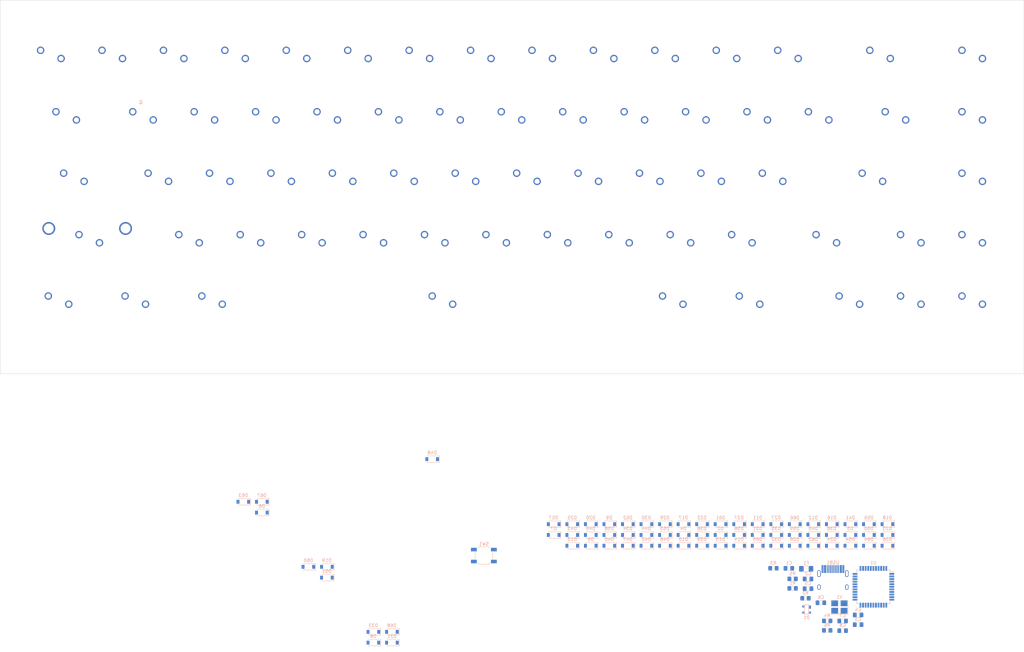
<source format=kicad_pcb>
(kicad_pcb (version 20211014) (generator pcbnew)
  (layers (0 "F.Cu" signal) (31 "B.Cu" signal) (34 "B.Paste" user) (35 "F.Paste" user) (36 "B.SilkS" user "B.Silkscreen") (37 "F.SilkS" user "F.Silkscreen") (38 "B.Mask" user) (39 "F.Mask" user) (44 "Edge.Cuts" user))
  (net 0 "")
  (net 1 "+5V")
  (net 2 "GND")
  (net 3 "XTAL1")
  (net 4 "XTAL2")
  (net 5 "Net-(C8-Pad1)")
  (net 6 "D+")
  (net 7 "ROW0")
  (net 8 "Net-(D2-Pad2)")
  (net 9 "Net-(D3-Pad2)")
  (net 10 "Net-(D4-Pad2)")
  (net 11 "Net-(D5-Pad2)")
  (net 12 "Net-(D6-Pad2)")
  (net 13 "Net-(D7-Pad2)")
  (net 14 "Net-(D8-Pad2)")
  (net 15 "Net-(D9-Pad2)")
  (net 16 "Net-(D10-Pad2)")
  (net 17 "Net-(D11-Pad2)")
  (net 18 "Net-(D12-Pad2)")
  (net 19 "Net-(D13-Pad2)")
  (net 20 "Net-(D14-Pad2)")
  (net 21 "Net-(D15-Pad2)")
  (net 22 "Net-(D16-Pad2)")
  (net 23 "ROW1")
  (net 24 "Net-(D17-Pad2)")
  (net 25 "Net-(D18-Pad2)")
  (net 26 "Net-(D19-Pad2)")
  (net 27 "Net-(D20-Pad2)")
  (net 28 "Net-(D21-Pad2)")
  (net 29 "Net-(D22-Pad2)")
  (net 30 "Net-(D23-Pad2)")
  (net 31 "Net-(D24-Pad2)")
  (net 32 "Net-(D25-Pad2)")
  (net 33 "Net-(D26-Pad2)")
  (net 34 "Net-(D27-Pad2)")
  (net 35 "Net-(D28-Pad2)")
  (net 36 "Net-(D29-Pad2)")
  (net 37 "Net-(D30-Pad2)")
  (net 38 "Net-(D31-Pad2)")
  (net 39 "ROW2")
  (net 40 "Net-(D32-Pad2)")
  (net 41 "Net-(D33-Pad2)")
  (net 42 "Net-(D34-Pad2)")
  (net 43 "Net-(D35-Pad2)")
  (net 44 "Net-(D36-Pad2)")
  (net 45 "Net-(D37-Pad2)")
  (net 46 "Net-(D38-Pad2)")
  (net 47 "Net-(D39-Pad2)")
  (net 48 "Net-(D40-Pad2)")
  (net 49 "Net-(D41-Pad2)")
  (net 50 "Net-(D42-Pad2)")
  (net 51 "Net-(D43-Pad2)")
  (net 52 "Net-(D44-Pad2)")
  (net 53 "Net-(D45-Pad2)")
  (net 54 "ROW3")
  (net 55 "Net-(D46-Pad2)")
  (net 56 "Net-(D47-Pad2)")
  (net 57 "Net-(D48-Pad2)")
  (net 58 "Net-(D49-Pad2)")
  (net 59 "Net-(D50-Pad2)")
  (net 60 "Net-(D51-Pad2)")
  (net 61 "Net-(D52-Pad2)")
  (net 62 "Net-(D53-Pad2)")
  (net 63 "Net-(D54-Pad2)")
  (net 64 "Net-(D55-Pad2)")
  (net 65 "Net-(D56-Pad2)")
  (net 66 "Net-(D57-Pad2)")
  (net 67 "Net-(D58-Pad2)")
  (net 68 "Net-(D59-Pad2)")
  (net 69 "ROW4")
  (net 70 "Net-(D60-Pad2)")
  (net 71 "Net-(D61-Pad2)")
  (net 72 "Net-(D62-Pad2)")
  (net 73 "Net-(D63-Pad2)")
  (net 74 "Net-(D64-Pad2)")
  (net 75 "Net-(D65-Pad2)")
  (net 76 "Net-(D66-Pad2)")
  (net 77 "Net-(D67-Pad2)")
  (net 78 "Net-(D68-Pad2)")
  (net 79 "VCC")
  (net 80 "Net-(R1-Pad2)")
  (net 81 "Net-(R2-Pad1)")
  (net 82 "Net-(R3-Pad1)")
  (net 83 "Net-(R4-Pad2)")
  (net 84 "D-")
  (net 85 "Net-(R5-Pad2)")
  (net 86 "Net-(R6-Pad1)")
  (net 87 "COL0")
  (net 88 "COL1")
  (net 89 "COL2")
  (net 90 "COL3")
  (net 91 "COL4")
  (net 92 "COL5")
  (net 93 "COL6")
  (net 94 "COL7")
  (net 95 "COL8")
  (net 96 "COL9")
  (net 97 "COL10")
  (net 98 "COL11")
  (net 99 "COL12")
  (net 100 "COL13")
  (net 101 "COL14")
  (footprint "marbastlib-mx:STAB_MX_2u" (layer "F.Cu") (at 719.93125 -8.73125)
    (fp_text reference "REF**" hide)
    (fp_text value "STAB_MX_2u")
    (pad "" np_thru_hole circle (at -11.90625 8.255) (size 3.9878 3.9878) (drill 3.9878) (layers *.Cu *.Mask))
    (pad "" np_thru_hole circle (at -11.90625 -6.985) (size 3.048 3.048) (drill 3.048) (layers *.Cu *.Mask))
    (pad "" np_thru_hole circle (at 11.90625 8.255) (size 3.9878 3.9878) (drill 3.9878) (layers *.Cu *.Mask))
    (pad "" np_thru_hole circle (at 11.90625 -6.985) (size 3.048 3.048) (drill 3.048) (layers *.Cu *.Mask))
  )
  (footprint "marbastlib-mx:STAB_MX_6.25u" (layer "F.Cu") (at 584.2 67.46875)
    (fp_text reference "REF**" hide)
    (fp_text value "STAB_MX_6.25u")
    (pad "" np_thru_hole circle (at -50.00625 8.255) (size 3.9878 3.9878) (drill 3.9878) (layers *.Cu *.Mask))
    (pad "" np_thru_hole circle (at 50.00625 -6.985) (size 3.048 3.048) (drill 3.048) (layers *.Cu *.Mask))
    (pad "" np_thru_hole circle (at 50.00625 8.255) (size 3.9878 3.9878) (drill 3.9878) (layers *.Cu *.Mask))
    (pad "" np_thru_hole circle (at -50.00625 -6.985) (size 3.048 3.048) (drill 3.048) (layers *.Cu *.Mask))
  )
  (footprint "marbastlib-mx:STAB_MX_2.25u" (layer "F.Cu") (at 717.55 29.36875)
    (fp_text reference "REF**" hide)
    (fp_text value "STAB_MX_2.25u")
    (pad "" np_thru_hole circle (at -11.90625 -6.985) (size 3.048 3.048) (drill 3.048) (layers *.Cu *.Mask))
    (pad "" np_thru_hole circle (at 11.90625 8.255) (size 3.9878 3.9878) (drill 3.9878) (layers *.Cu *.Mask))
    (pad "" np_thru_hole circle (at -11.90625 8.255) (size 3.9878 3.9878) (drill 3.9878) (layers *.Cu *.Mask))
    (pad "" np_thru_hole circle (at 11.90625 -6.985) (size 3.048 3.048) (drill 3.048) (layers *.Cu *.Mask))
  )
  (footprint "marbastlib-mx:STAB_MX_P_2.25u" (layer "F.Cu") (at 474.6625 48.41875)
    (fp_text reference "REF**" hide)
    (fp_text value "STAB_MX_P_2.25u")
    (pad "" thru_hole circle (at 11.90625 -6.985) (size 4 4) (drill 3.048) (layers *.Cu "B.Mask"))
    (pad "" np_thru_hole circle (at -11.90625 8.255) (size 3.9878 3.9878) (drill 3.9878) (layers *.Cu *.Mask))
    (pad "" thru_hole circle (at -11.90625 -6.985) (size 4 4) (drill 3.048) (layers *.Cu "B.Mask"))
    (pad "" np_thru_hole circle (at 11.90625 8.255) (size 3.9878 3.9878) (drill 3.9878) (layers *.Cu *.Mask))
  )
  (footprint "marbastlib-mx:SW_MX_1.25u" (layer "B.Cu") (at 655.6375 67.46875 180)
    (fp_text reference "SW64" hide)
    (fp_text value "RALT" hide)
    (pad "" np_thru_hole circle (at -5.08 0 180) (size 1.75 1.75) (drill 1.75) (layers *.Cu *.Mask))
    (pad "" np_thru_hole circle (at 0 0 180) (size 3.9878 3.9878) (drill 3.9878) (layers *.Cu *.Mask))
    (pad "" np_thru_hole circle (at 5.08 0 180) (size 1.75 1.75) (drill 1.75) (layers *.Cu *.Mask))
    (pad "1" thru_hole circle (at -3.81 2.54 180) (size 2.3 2.3) (drill 1.524) (layers *.Cu "F.Mask") (net 97 "COL10"))
    (pad "2" thru_hole circle (at 2.54 5.08 180) (size 2.3 2.3) (drill 1.524) (layers *.Cu "F.Mask") (net 74 "Net-(D64-Pad2)"))
  )
  (footprint "Diode_SMD:D_SOD-123" (layer "B.Cu") (at 688.33875 136.49375 180)
    (fp_text reference "D35" (at 0 2) (layer "B.SilkS") (effects (justify mirror)))
    (fp_text value "D")
    (pad "1" smd rect (at -1.65 0 180) (size 0.9 1.2) (layers "B.Cu" "B.Paste" "B.Mask") (net 39 "ROW2"))
    (pad "2" smd rect (at 1.65 0 180) (size 0.9 1.2) (layers "B.Cu" "B.Paste" "B.Mask") (net 43 "Net-(D35-Pad2)"))
  )
  (footprint "Diode_SMD:D_SOD-123" (layer "B.Cu") (at 699.83875 139.84375 180)
    (fp_text reference "D62" (at 0 2) (layer "B.SilkS") (effects (justify mirror)))
    (fp_text value "D")
    (pad "1" smd rect (at -1.65 0 180) (size 0.9 1.2) (layers "B.Cu" "B.Paste" "B.Mask") (net 69 "ROW4"))
    (pad "2" smd rect (at 1.65 0 180) (size 0.9 1.2) (layers "B.Cu" "B.Paste" "B.Mask") (net 72 "Net-(D62-Pad2)"))
  )
  (footprint "Button_Switch_SMD:SW_SPST_SKQG_WithStem" (layer "B.Cu") (at 597.69375 142.875 180)
    (fp_text reference "SW1" (at 0 3.6) (layer "B.SilkS") (effects (justify mirror)))
    (fp_text value "SW_Push")
    (pad "1" smd rect (at 3.1 1.85 180) (size 1.8 1.1) (layers "B.Cu" "B.Paste" "B.Mask") (net 2 "GND"))
    (pad "1" smd rect (at -3.1 1.85 180) (size 1.8 1.1) (layers "B.Cu" "B.Paste" "B.Mask") (net 2 "GND"))
    (pad "2" smd rect (at 3.1 -1.85 180) (size 1.8 1.1) (layers "B.Cu" "B.Paste" "B.Mask") (net 80 "Net-(R1-Pad2)"))
    (pad "2" smd rect (at -3.1 -1.85 180) (size 1.8 1.1) (layers "B.Cu" "B.Paste" "B.Mask") (net 80 "Net-(R1-Pad2)"))
  )
  (footprint "Diode_SMD:D_SOD-123" (layer "B.Cu") (at 619.33875 136.49375 180)
    (fp_text reference "D7" (at 0 2) (layer "B.SilkS") (effects (justify mirror)))
    (fp_text value "D")
    (pad "1" smd rect (at -1.65 0 180) (size 0.9 1.2) (layers "B.Cu" "B.Paste" "B.Mask") (net 7 "ROW0"))
    (pad "2" smd rect (at 1.65 0 180) (size 0.9 1.2) (layers "B.Cu" "B.Paste" "B.Mask") (net 13 "Net-(D7-Pad2)"))
  )
  (footprint "Diode_SMD:D_SOD-123" (layer "B.Cu") (at 523.08125 126.20625 180)
    (fp_text reference "D63" (at 0 2) (layer "B.SilkS") (effects (justify mirror)))
    (fp_text value "D")
    (pad "1" smd rect (at -1.65 0 180) (size 0.9 1.2) (layers "B.Cu" "B.Paste" "B.Mask") (net 69 "ROW4"))
    (pad "2" smd rect (at 1.65 0 180) (size 0.9 1.2) (layers "B.Cu" "B.Paste" "B.Mask") (net 73 "Net-(D63-Pad2)"))
  )
  (footprint "marbastlib-mx:SW_MX_1u" (layer "B.Cu") (at 543.71875 48.41875 180)
    (fp_text reference "SW49" hide)
    (fp_text value "C" hide)
    (pad "" np_thru_hole circle locked (at 0 0 180) (size 3.9878 3.9878) (drill 3.9878) (layers *.Cu *.Mask))
    (pad "" np_thru_hole circle locked (at 5.08 0 180) (size 1.75 1.75) (drill 1.75) (layers *.Cu *.Mask))
    (pad "" np_thru_hole circle locked (at -5.08 0 180) (size 1.75 1.75) (drill 1.75) (layers *.Cu *.Mask))
    (pad "1" thru_hole circle locked (at -3.81 2.54 180) (size 2.3 2.3) (drill 1.524) (layers *.Cu "F.Mask") (net 90 "COL3"))
    (pad "2" thru_hole circle locked (at 2.54 5.08 180) (size 2.3 2.3) (drill 1.524) (layers *.Cu "F.Mask") (net 58 "Net-(D49-Pad2)"))
  )
  (footprint "marbastlib-mx:SW_MX_1u" (layer "B.Cu") (at 634.20625 -8.73125 180)
    (fp_text reference "SW11" hide)
    (fp_text value "#9" hide)
    (pad "" np_thru_hole circle locked (at -5.08 0 180) (size 1.75 1.75) (drill 1.75) (layers *.Cu *.Mask))
    (pad "" np_thru_hole circle locked (at 0 0 180) (size 3.9878 3.9878) (drill 3.9878) (layers *.Cu *.Mask))
    (pad "" np_thru_hole circle locked (at 5.08 0 180) (size 1.75 1.75) (drill 1.75) (layers *.Cu *.Mask))
    (pad "1" thru_hole circle locked (at -3.81 2.54 180) (size 2.3 2.3) (drill 1.524) (layers *.Cu "F.Mask") (net 96 "COL9"))
    (pad "2" thru_hole circle locked (at 2.54 5.08 180) (size 2.3 2.3) (drill 1.524) (layers *.Cu "F.Mask") (net 17 "Net-(D11-Pad2)"))
  )
  (footprint "marbastlib-mx:SW_MX_1u" (layer "B.Cu") (at 748.50625 29.36875 180)
    (fp_text reference "SW45" hide)
    (fp_text value "M3" hide)
    (pad "" np_thru_hole circle locked (at 0 0 180) (size 3.9878 3.9878) (drill 3.9878) (layers *.Cu *.Mask))
    (pad "" np_thru_hole circle locked (at 5.08 0 180) (size 1.75 1.75) (drill 1.75) (layers *.Cu *.Mask))
    (pad "" np_thru_hole circle locked (at -5.08 0 180) (size 1.75 1.75) (drill 1.75) (layers *.Cu *.Mask))
    (pad "1" thru_hole circle locked (at -3.81 2.54 180) (size 2.3 2.3) (drill 1.524) (layers *.Cu "F.Mask") (net 101 "COL14"))
    (pad "2" thru_hole circle locked (at 2.54 5.08 180) (size 2.3 2.3) (drill 1.524) (layers *.Cu "F.Mask") (net 53 "Net-(D45-Pad2)"))
  )
  (footprint "Capacitor_SMD:C_0805_2012Metric_Pad1.18x1.45mm_HandSolder" (layer "B.Cu") (at 708.94875 163.16375 180)
    (fp_text reference "C7" (at 0 1.68) (layer "B.SilkS") (effects (justify mirror)))
    (fp_text value "22pF")
    (pad "1" smd roundrect (at -1.0375 0 180) (size 1.175 1.45) (layers "B.Cu" "B.Paste" "B.Mask") (roundrect_rratio 0.212766) (net 2 "GND"))
    (pad "2" smd roundrect (at 1.0375 0 180) (size 1.175 1.45) (layers "B.Cu" "B.Paste" "B.Mask") (roundrect_rratio 0.212766) (net 4 "XTAL2"))
  )
  (footprint "marbastlib-mx:SW_MX_1u" (layer "B.Cu") (at 553.24375 29.36875 180)
    (fp_text reference "SW36" hide)
    (fp_text value "F" hide)
    (pad "" np_thru_hole circle locked (at 0 0 180) (size 3.9878 3.9878) (drill 3.9878) (layers *.Cu *.Mask))
    (pad "" np_thru_hole circle locked (at -5.08 0 180) (size 1.75 1.75) (drill 1.75) (layers *.Cu *.Mask))
    (pad "" np_thru_hole circle locked (at 5.08 0 180) (size 1.75 1.75) (drill 1.75) (layers *.Cu *.Mask))
    (pad "1" thru_hole circle locked (at -3.81 2.54 180) (size 2.3 2.3) (drill 1.524) (layers *.Cu "F.Mask") (net 91 "COL4"))
    (pad "2" thru_hole circle locked (at 2.54 5.08 180) (size 2.3 2.3) (drill 1.524) (layers *.Cu "F.Mask") (net 44 "Net-(D36-Pad2)"))
  )
  (footprint "marbastlib-mx:SW_MX_1u" (layer "B.Cu") (at 700.88125 10.31875 180)
    (fp_text reference "SW29" hide)
    (fp_text value "]" hide)
    (pad "" np_thru_hole circle locked (at -5.08 0 180) (size 1.75 1.75) (drill 1.75) (layers *.Cu *.Mask))
    (pad "" np_thru_hole circle locked (at 5.08 0 180) (size 1.75 1.75) (drill 1.75) (layers *.Cu *.Mask))
    (pad "" np_thru_hole circle locked (at 0 0 180) (size 3.9878 3.9878) (drill 3.9878) (layers *.Cu *.Mask))
    (pad "1" thru_hole circle locked (at -3.81 2.54 180) (size 2.3 2.3) (drill 1.524) (layers *.Cu "F.Mask") (net 99 "COL12"))
    (pad "2" thru_hole circle locked (at 2.54 5.08 180) (size 2.3 2.3) (drill 1.524) (layers *.Cu "F.Mask") (net 36 "Net-(D29-Pad2)"))
  )
  (footprint "Capacitor_SMD:C_0805_2012Metric_Pad1.18x1.45mm_HandSolder" (layer "B.Cu") (at 708.94875 166.17375 180)
    (fp_text reference "C8" (at 0 1.68) (layer "B.SilkS") (effects (justify mirror)))
    (fp_text value "1uF")
    (pad "1" smd roundrect (at -1.0375 0 180) (size 1.175 1.45) (layers "B.Cu" "B.Paste" "B.Mask") (roundrect_rratio 0.212766) (net 5 "Net-(C8-Pad1)"))
    (pad "2" smd roundrect (at 1.0375 0 180) (size 1.175 1.45) (layers "B.Cu" "B.Paste" "B.Mask") (roundrect_rratio 0.212766) (net 2 "GND"))
  )
  (footprint "Diode_SMD:D_SOD-123" (layer "B.Cu") (at 648.08875 136.49375 180)
    (fp_text reference "D44" (at 0 2) (layer "B.SilkS") (effects (justify mirror)))
    (fp_text value "D")
    (pad "1" smd rect (at -1.65 0 180) (size 0.9 1.2) (layers "B.Cu" "B.Paste" "B.Mask") (net 39 "ROW2"))
    (pad "2" smd rect (at 1.65 0 180) (size 0.9 1.2) (layers "B.Cu" "B.Paste" "B.Mask") (net 52 "Net-(D44-Pad2)"))
  )
  (footprint "Diode_SMD:D_SOD-123" (layer "B.Cu") (at 563.42125 166.54625 180)
    (fp_text reference "D33" (at 0 2) (layer "B.SilkS") (effects (justify mirror)))
    (fp_text value "D")
    (pad "1" smd rect (at -1.65 0 180) (size 0.9 1.2) (layers "B.Cu" "B.Paste" "B.Mask") (net 39 "ROW2"))
    (pad "2" smd rect (at 1.65 0 180) (size 0.9 1.2) (layers "B.Cu" "B.Paste" "B.Mask") (net 41 "Net-(D33-Pad2)"))
  )
  (footprint "Diode_SMD:D_SOD-123" (layer "B.Cu") (at 653.83875 133.14375 180)
    (fp_text reference "D29" (at 0 2) (layer "B.SilkS") (effects (justify mirror)))
    (fp_text value "D")
    (pad "1" smd rect (at -1.65 0 180) (size 0.9 1.2) (layers "B.Cu" "B.Paste" "B.Mask") (net 23 "ROW1"))
    (pad "2" smd rect (at 1.65 0 180) (size 0.9 1.2) (layers "B.Cu" "B.Paste" "B.Mask") (net 36 "Net-(D29-Pad2)"))
  )
  (footprint "marbastlib-mx:SW_MX_1u" (layer "B.Cu") (at 748.50625 -8.73125 180)
    (fp_text reference "SW16" hide)
    (fp_text value "M1" hide)
    (pad "" np_thru_hole circle locked (at -5.08 0 180) (size 1.75 1.75) (drill 1.75) (layers *.Cu *.Mask))
    (pad "" np_thru_hole circle locked (at 0 0 180) (size 3.9878 3.9878) (drill 3.9878) (layers *.Cu *.Mask))
    (pad "" np_thru_hole circle locked (at 5.08 0 180) (size 1.75 1.75) (drill 1.75) (layers *.Cu *.Mask))
    (pad "1" thru_hole circle locked (at -3.81 2.54 180) (size 2.3 2.3) (drill 1.524) (layers *.Cu "F.Mask") (net 101 "COL14"))
    (pad "2" thru_hole circle locked (at 2.54 5.08 180) (size 2.3 2.3) (drill 1.524) (layers *.Cu "F.Mask") (net 22 "Net-(D16-Pad2)"))
  )
  (footprint "marbastlib-mx:SW_MX_1u" (layer "B.Cu") (at 510.38125 10.31875 180)
    (fp_text reference "SW19" hide)
    (fp_text value "W" hide)
    (pad "" np_thru_hole circle locked (at 5.08 0 180) (size 1.75 1.75) (drill 1.75) (layers *.Cu *.Mask))
    (pad "" np_thru_hole circle locked (at 0 0 180) (size 3.9878 3.9878) (drill 3.9878) (layers *.Cu *.Mask))
    (pad "" np_thru_hole circle locked (at -5.08 0 180) (size 1.75 1.75) (drill 1.75) (layers *.Cu *.Mask))
    (pad "1" thru_hole circle locked (at -3.81 2.54 180) (size 2.3 2.3) (drill 1.524) (layers *.Cu "F.Mask") (net 89 "COL2"))
    (pad "2" thru_hole circle locked (at 2.54 5.08 180) (size 2.3 2.3) (drill 1.524) (layers *.Cu "F.Mask") (net 26 "Net-(D19-Pad2)"))
  )
  (footprint "Diode_SMD:D_SOD-123" (layer "B.Cu") (at 625.08875 133.14375 180)
    (fp_text reference "D25" (at 0 2) (layer "B.SilkS") (effects (justify mirror)))
    (fp_text value "D")
    (pad "1" smd rect (at -1.65 0 180) (size 0.9 1.2) (layers "B.Cu" "B.Paste" "B.Mask") (net 23 "ROW1"))
    (pad "2" smd rect (at 1.65 0 180) (size 0.9 1.2) (layers "B.Cu" "B.Paste" "B.Mask") (net 32 "Net-(D25-Pad2)"))
  )
  (footprint "marbastlib-mx:SW_MX_1u" (layer "B.Cu") (at 591.34375 29.36875 180)
    (fp_text reference "SW38" hide)
    (fp_text value "H" hide)
    (pad "" np_thru_hole circle locked (at -5.08 0 180) (size 1.75 1.75) (drill 1.75) (layers *.Cu *.Mask))
    (pad "" np_thru_hole circle locked (at 5.08 0 180) (size 1.75 1.75) (drill 1.75) (layers *.Cu *.Mask))
    (pad "" np_thru_hole circle locked (at 0 0 180) (size 3.9878 3.9878) (drill 3.9878) (layers *.Cu *.Mask))
    (pad "1" thru_hole circle locked (at -3.81 2.54 180) (size 2.3 2.3) (drill 1.524) (layers *.Cu "F.Mask") (net 93 "COL6"))
    (pad "2" thru_hole circle locked (at 2.54 5.08 180) (size 2.3 2.3) (drill 1.524) (layers *.Cu "F.Mask") (net 46 "Net-(D38-Pad2)"))
  )
  (footprint "marbastlib-mx:SW_MX_1u" (layer "B.Cu") (at 677.06875 48.41875 180)
    (fp_text reference "SW56" hide)
    (fp_text value "/" hide)
    (pad "" np_thru_hole circle locked (at 0 0 180) (size 3.9878 3.9878) (drill 3.9878) (layers *.Cu *.Mask))
    (pad "" np_thru_hole circle locked (at 5.08 0 180) (size 1.75 1.75) (drill 1.75) (layers *.Cu *.Mask))
    (pad "" np_thru_hole circle locked (at -5.08 0 180) (size 1.75 1.75) (drill 1.75) (layers *.Cu *.Mask))
    (pad "1" thru_hole circle locked (at -3.81 2.54 180) (size 2.3 2.3) (drill 1.524) (layers *.Cu "F.Mask") (net 97 "COL10"))
    (pad "2" thru_hole circle locked (at 2.54 5.08 180) (size 2.3 2.3) (drill 1.524) (layers *.Cu "F.Mask") (net 65 "Net-(D56-Pad2)"))
  )
  (footprint "Diode_SMD:D_SOD-123" (layer "B.Cu") (at 711.33875 133.14375 180)
    (fp_text reference "D41" (at 0 2) (layer "B.SilkS") (effects (justify mirror)))
    (fp_text value "D")
    (pad "1" smd rect (at -1.65 0 180) (size 0.9 1.2) (layers "B.Cu" "B.Paste" "B.Mask") (net 39 "ROW2"))
    (pad "2" smd rect (at 1.65 0 180) (size 0.9 1.2) (layers "B.Cu" "B.Paste" "B.Mask") (net 49 "Net-(D41-Pad2)"))
  )
  (footprint "Diode_SMD:D_SOD-123" (layer "B.Cu") (at 665.33875 136.49375 180)
    (fp_text reference "D36" (at 0 2) (layer "B.SilkS") (effects (justify mirror)))
    (fp_text value "D")
    (pad "1" smd rect (at -1.65 0 180) (size 0.9 1.2) (layers "B.Cu" "B.Paste" "B.Mask") (net 39 "ROW2"))
    (pad "2" smd rect (at 1.65 0 180) (size 0.9 1.2) (layers "B.Cu" "B.Paste" "B.Mask") (net 44 "Net-(D36-Pad2)"))
  )
  (footprint "Diode_SMD:D_SOD-123" (layer "B.Cu") (at 659.58875 136.49375 180)
    (fp_text reference "D4" (at 0 2) (layer "B.SilkS") (effects (justify mirror)))
    (fp_text value "D")
    (pad "1" smd rect (at -1.65 0 180) (size 0.9 1.2) (layers "B.Cu" "B.Paste" "B.Mask") (net 7 "ROW0"))
    (pad "2" smd rect (at 1.65 0 180) (size 0.9 1.2) (layers "B.Cu" "B.Paste" "B.Mask") (net 10 "Net-(D4-Pad2)"))
  )
  (footprint "marbastlib-mx:SW_MX_1u" (layer "B.Cu") (at 729.45625 48.41875 180)
    (fp_text reference "SW58" hide)
    (fp_text value "UPARROW" hide)
    (pad "" np_thru_hole circle locked (at -5.08 0 180) (size 1.75 1.75) (drill 1.75) (layers *.Cu *.Mask))
    (pad "" np_thru_hole circle locked (at 5.08 0 180) (size 1.75 1.75) (drill 1.75) (layers *.Cu *.Mask))
    (pad "" np_thru_hole circle locked (at 0 0 180) (size 3.9878 3.9878) (drill 3.9878) (layers *.Cu *.Mask))
    (pad "1" thru_hole circle locked (at -3.81 2.54 180) (size 2.3 2.3) (drill 1.524) (layers *.Cu "F.Mask") (net 100 "COL13"))
    (pad "2" thru_hole circle locked (at 2.54 5.08 180) (size 2.3 2.3) (drill 1.524) (layers *.Cu "F.Mask") (net 67 "Net-(D58-Pad2)"))
  )
  (footprint "marbastlib-mx:SW_MX_1u" (layer "B.Cu") (at 586.58125 10.31875 180)
    (fp_text reference "SW23" hide)
    (fp_text value "Y" hide)
    (pad "" np_thru_hole circle locked (at 0 0 180) (size 3.9878 3.9878) (drill 3.9878) (layers *.Cu *.Mask))
    (pad "" np_thru_hole circle locked (at 5.08 0 180) (size 1.75 1.75) (drill 1.75) (layers *.Cu *.Mask))
    (pad "" np_thru_hole circle locked (at -5.08 0 180) (size 1.75 1.75) (drill 1.75) (layers *.Cu *.Mask))
    (pad "1" thru_hole circle locked (at -3.81 2.54 180) (size 2.3 2.3) (drill 1.524) (layers *.Cu "F.Mask") (net 93 "COL6"))
    (pad "2" thru_hole circle locked (at 2.54 5.08 180) (size 2.3 2.3) (drill 1.524) (layers *.Cu "F.Mask") (net 30 "Net-(D23-Pad2)"))
  )
  (footprint "marbastlib-mx:SW_MX_1.75u" (layer "B.Cu") (at 703.2625 48.41875 180)
    (fp_text reference "SW57" hide)
    (fp_text value "RSHIFT" hide)
    (pad "" np_thru_hole circle (at 5.08 0 180) (size 1.75 1.75) (drill 1.75) (layers *.Cu *.Mask))
    (pad "" np_thru_hole circle (at 0 0 180) (size 3.9878 3.9878) (drill 3.9878) (layers *.Cu *.Mask))
    (pad "" np_thru_hole circle (at -5.08 0 180) (size 1.75 1.75) (drill 1.75) (layers *.Cu *.Mask))
    (pad "1" thru_hole circle (at -3.81 2.54 180) (size 2.3 2.3) (drill 1.524) (layers *.Cu "F.Mask") (net 99 "COL12"))
    (pad "2" thru_hole circle (at 2.54 5.08 180) (size 2.3 2.3) (drill 1.524) (layers *.Cu "F.Mask") (net 66 "Net-(D57-Pad2)"))
  )
  (footprint "Diode_SMD:D_SOD-123" (layer "B.Cu") (at 676.83875 136.49375 180)
    (fp_text reference "D56" (at 0 2) (layer "B.SilkS") (effects (justify mirror)))
    (fp_text value "D")
    (pad "1" smd rect (at -1.65 0 180) (size 0.9 1.2) (layers "B.Cu" "B.Paste" "B.Mask") (net 54 "ROW3"))
    (pad "2" smd rect (at 1.65 0 180) (size 0.9 1.2) (layers "B.Cu" "B.Paste" "B.Mask") (net 65 "Net-(D56-Pad2)"))
  )
  (footprint "marbastlib-mx:SW_MX_1u" (layer "B.Cu") (at 572.29375 29.36875 180)
    (fp_text reference "SW37" hide)
    (fp_text value "G" hide)
    (pad "" np_thru_hole circle locked (at -5.08 0 180) (size 1.75 1.75) (drill 1.75) (layers *.Cu *.Mask))
    (pad "" np_thru_hole circle locked (at 5.08 0 180) (size 1.75 1.75) (drill 1.75) (layers *.Cu *.Mask))
    (pad "" np_thru_hole circle locked (at 0 0 180) (size 3.9878 3.9878) (drill 3.9878) (layers *.Cu *.Mask))
    (pad "1" thru_hole circle locked (at -3.81 2.54 180) (size 2.3 2.3) (drill 1.524) (layers *.Cu "F.Mask") (net 92 "COL5"))
    (pad "2" thru_hole circle locked (at 2.54 5.08 180) (size 2.3 2.3) (drill 1.524) (layers *.Cu "F.Mask") (net 45 "Net-(D37-Pad2)"))
  )
  (footprint "Diode_SMD:D_SOD-123" (layer "B.Cu") (at 636.58875 139.84375 180)
    (fp_text reference "D40" (at 0 2) (layer "B.SilkS") (effects (justify mirror)))
    (fp_text value "D")
    (pad "1" smd rect (at -1.65 0 180) (size 0.9 1.2) (layers "B.Cu" "B.Paste" "B.Mask") (net 39 "ROW2"))
    (pad "2" smd rect (at 1.65 0 180) (size 0.9 1.2) (layers "B.Cu" "B.Paste" "B.Mask") (net 48 "Net-(D40-Pad2)"))
  )
  (footprint "Diode_SMD:D_SOD-123" (layer "B.Cu") (at 682.58875 133.14375 180)
    (fp_text reference "D11" (at 0 2) (layer "B.SilkS") (effects (justify mirror)))
    (fp_text value "D")
    (pad "1" smd rect (at -1.65 0 180) (size 0.9 1.2) (layers "B.Cu" "B.Paste" "B.Mask") (net 7 "ROW0"))
    (pad "2" smd rect (at 1.65 0 180) (size 0.9 1.2) (layers "B.Cu" "B.Paste" "B.Mask") (net 17 "Net-(D11-Pad2)"))
  )
  (footprint "marbastlib-mx:SW_MX_1u" (layer "B.Cu") (at 619.91875 48.41875 180)
    (fp_text reference "SW53" hide)
    (fp_text value "M" hide)
    (pad "" np_thru_hole circle locked (at 5.08 0 180) (size 1.75 1.75) (drill 1.75) (layers *.Cu *.Mask))
    (pad "" np_thru_hole circle locked (at 0 0 180) (size 3.9878 3.9878) (drill 3.9878) (layers *.Cu *.Mask))
    (pad "" np_thru_hole circle locked (at -5.08 0 180) (size 1.75 1.75) (drill 1.75) (layers *.Cu *.Mask))
    (pad "1" thru_hole circle locked (at -3.81 2.54 180) (size 2.3 2.3) (drill 1.524) (layers *.Cu "F.Mask") (net 94 "COL7"))
    (pad "2" thru_hole circle locked (at 2.54 5.08 180) (size 2.3 2.3) (drill 1.524) (layers *.Cu "F.Mask") (net 62 "Net-(D53-Pad2)"))
  )
  (footprint "Diode_SMD:D_SOD-123" (layer "B.Cu") (at 636.58875 136.49375 180)
    (fp_text reference "D58" (at 0 2) (layer "B.SilkS") (effects (justify mirror)))
    (fp_text value "D")
    (pad "1" smd rect (at -1.65 0 180) (size 0.9 1.2) (layers "B.Cu" "B.Paste" "B.Mask") (net 54 "ROW3"))
    (pad "2" smd rect (at 1.65 0 180) (size 0.9 1.2) (layers "B.Cu" "B.Paste" "B.Mask") (net 67 "Net-(D58-Pad2)"))
  )
  (footprint "Diode_SMD:D_SOD-123" (layer "B.Cu") (at 699.83875 136.49375 180)
    (fp_text reference "D45" (at 0 2) (layer "B.SilkS") (effects (justify mirror)))
    (fp_text value "D")
    (pad "1" smd rect (at -1.65 0 180) (size 0.9 1.2) (layers "B.Cu" "B.Paste" "B.Mask") (net 39 "ROW2"))
    (pad "2" smd rect (at 1.65 0 180) (size 0.9 1.2) (layers "B.Cu" "B.Paste" "B.Mask") (net 53 "Net-(D45-Pad2)"))
  )
  (footprint "marbastlib-mx:SW_MX_1u" (layer "B.Cu") (at 562.76875 48.41875 180)
    (fp_text reference "SW50" hide)
    (fp_text value "V" hide)
    (pad "" np_thru_hole circle locked (at 5.08 0 180) (size 1.75 1.75) (drill 1.75) (layers *.Cu *.Mask))
    (pad "" np_thru_hole circle locked (at 0 0 180) (size 3.9878 3.9878) (drill 3.9878) (layers *.Cu *.Mask))
    (pad "" np_thru_hole circle locked (at -5.08 0 180) (size 1.75 1.75) (drill 1.75) (layers *.Cu *.Mask))
    (pad "1" thru_hole circle locked (at -3.81 2.54 180) (size 2.3 2.3) (drill 1.524) (layers *.Cu "F.Mask") (net 91 "COL4"))
    (pad "2" thru_hole circle locked (at 2.54 5.08 180) (size 2.3 2.3) (drill 1.524) (layers *.Cu "F.Mask") (net 59 "Net-(D50-Pad2)"))
  )
  (footprint "Resistor_SMD:R_0805_2012Metric_Pad1.20x1.40mm_HandSolder" (layer "B.Cu") (at 687.48875 146.81375 180)
    (fp_text reference "R3" (at 0 1.65) (layer "B.SilkS") (effects (justify mirror)))
    (fp_text value "5.1k")
    (pad "1" smd roundrect (at -1 0 180) (size 1.2 1.4) (layers "B.Cu" "B.Paste" "B.Mask") (roundrect_rratio 0.208333) (net 82 "Net-(R3-Pad1)"))
    (pad "2" smd roundrect (at 1 0 180) (size 1.2 1.4) (layers "B.Cu" "B.Paste" "B.Mask") (roundrect_rratio 0.208333) (net 2 "GND"))
  )
  (footprint "Capacitor_SMD:C_0805_2012Metric_Pad1.18x1.45mm_HandSolder" (layer "B.Cu") (at 692.26875 146.84375 180)
    (fp_text reference "C1" (at 0 1.68) (layer "B.SilkS") (effects (justify mirror)))
    (fp_text value "0.1uF")
    (pad "1" smd roundrect (at -1.0375 0 180) (size 1.175 1.45) (layers "B.Cu" "B.Paste" "B.Mask") (roundrect_rratio 0.212766) (net 1 "+5V"))
    (pad "2" smd roundrect (at 1.0375 0 180) (size 1.175 1.45) (layers "B.Cu" "B.Paste" "B.Mask") (roundrect_rratio 0.212766) (net 2 "GND"))
  )
  (footprint "marbastlib-mx:SW_MX_1u" (layer "B.Cu") (at 558.00625 -8.73125 180)
    (fp_text reference "SW7" hide)
    (fp_text value "#5" hide)
    (pad "" np_thru_hole circle locked (at 5.08 0 180) (size 1.75 1.75) (drill 1.75) (layers *.Cu *.Mask))
    (pad "" np_thru_hole circle locked (at -5.08 0 180) (size 1.75 1.75) (drill 1.75) (layers *.Cu *.Mask))
    (pad "" np_thru_hole circle locked (at 0 0 180) (size 3.9878 3.9878) (drill 3.9878) (layers *.Cu *.Mask))
    (pad "1" thru_hole circle locked (at -3.81 2.54 180) (size 2.3 2.3) (drill 1.524) (layers *.Cu "F.Mask") (net 92 "COL5"))
    (pad "2" thru_hole circle locked (at 2.54 5.08 180) (size 2.3 2.3) (drill 1.524) (layers *.Cu "F.Mask") (net 13 "Net-(D7-Pad2)"))
  )
  (footprint "Diode_SMD:D_SOD-123" (layer "B.Cu") (at 659.58875 139.84375 180)
    (fp_text reference "D10" (at 0 2) (layer "B.SilkS") (effects (justify mirror)))
    (fp_text value "D")
    (pad "1" smd rect (at -1.65 0 180) (size 0.9 1.2) (layers "B.Cu" "B.Paste" "B.Mask") (net 7 "ROW0"))
    (pad "2" smd rect (at 1.65 0 180) (size 0.9 1.2) (layers "B.Cu" "B.Paste" "B.Mask") (net 16 "Net-(D10-Pad2)"))
  )
  (footprint "Crystal:Crystal_SMD_3225-4Pin_3.2x2.5mm_HandSoldering" (layer "B.Cu") (at 707.93875 158.83375 180)
    (fp_text reference "Y1" (at 0 3.05) (layer "B.SilkS") (effects (justify mirror)))
    (fp_text value "Crystal_GND24_Small")
    (pad "1" smd rect (at -1.45 -1.15 180) (size 2.1 1.8) (layers "B.Cu" "B.Paste" "B.Mask") (net 3 "XTAL1"))
    (pad "2" smd rect (at 1.45 -1.15 180) (size 2.1 1.8) (layers "B.Cu" "B.Paste" "B.Mask") (net 2 "GND"))
    (pad "3" smd rect (at 1.45 1.15 180) (size 2.1 1.8) (layers "B.Cu" "B.Paste" "B.Mask") (net 4 "XTAL2"))
    (pad "4" smd rect (at -1.45 1.15 180) (size 2.1 1.8) (layers "B.Cu" "B.Paste" "B.Mask") (net 2 "GND"))
  )
  (footprint "Diode_SMD:D_SOD-123" (layer "B.Cu") (at 705.58875 133.14375 180)
    (fp_text reference "D16" (at 0 2) (layer "B.SilkS") (effects (justify mirror)))
    (fp_text value "D")
    (pad "1" smd rect (at -1.65 0 180) (size 0.9 1.2) (layers "B.Cu" "B.Paste" "B.Mask") (net 7 "ROW0"))
    (pad "2" smd rect (at 1.65 0 180) (size 0.9 1.2) (layers "B.Cu" "B.Paste" "B.Mask") (net 22 "Net-(D16-Pad2)"))
  )
  (footprint "marbastlib-mx:SW_MX_1u" (layer "B.Cu") (at 729.45625 67.46875 180)
    (fp_text reference "SW67" hide)
    (fp_text value "DOWNARROW" hide)
    (pad "" np_thru_hole circle locked (at 0 0 180) (size 3.9878 3.9878) (drill 3.9878) (layers *.Cu *.Mask))
    (pad "" np_thru_hole circle locked (at -5.08 0 180) (size 1.75 1.75) (drill 1.75) (layers *.Cu *.Mask))
    (pad "" np_thru_hole circle locked (at 5.08 0 180) (size 1.75 1.75) (drill 1.75) (layers *.Cu *.Mask))
    (pad "1" thru_hole circle locked (at -3.81 2.54 180) (size 2.3 2.3) (drill 1.524) (layers *.Cu "F.Mask") (net 100 "COL13"))
    (pad "2" thru_hole circle locked (at 2.54 5.08 180) (size 2.3 2.3) (drill 1.524) (layers *.Cu "F.Mask") (net 77 "Net-(D67-Pad2)"))
  )
  (footprint "Diode_SMD:D_SOD-123" (layer "B.Cu") (at 528.83125 126.20625 180)
    (fp_text reference "D67" (at 0 2) (layer "B.SilkS") (effects (justify mirror)))
    (fp_text value "D")
    (pad "1" smd rect (at -1.65 0 180) (size 0.9 1.2) (layers "B.Cu" "B.Paste" "B.Mask") (net 69 "ROW4"))
    (pad "2" smd rect (at 1.65 0 180) (size 0.9 1.2) (layers "B.Cu" "B.Paste" "B.Mask") (net 77 "Net-(D67-Pad2)"))
  )
  (footprint "Resistor_SMD:R_0805_2012Metric_Pad1.20x1.40mm_HandSolder" (layer "B.Cu") (at 697.42875 156.12375 180)
    (fp_text reference "R2" (at 0 1.65) (layer "B.SilkS") (effects (justify mirror)))
    (fp_text value "5.1k")
    (pad "1" smd roundrect (at -1 0 180) (size 1.2 1.4) (layers "B.Cu" "B.Paste" "B.Mask") (roundrect_rratio 0.208333) (net 81 "Net-(R2-Pad1)"))
    (pad "2" smd roundrect (at 1 0 180) (size 1.2 1.4) (layers "B.Cu" "B.Paste" "B.Mask") (roundrect_rratio 0.208333) (net 2 "GND"))
  )
  (footprint "Diode_SMD:D_SOD-123" (layer "B.Cu") (at 705.58875 139.84375 180)
    (fp_text reference "D24" (at 0 2) (layer "B.SilkS") (effects (justify mirror)))
    (fp_text value "D")
    (pad "1" smd rect (at -1.65 0 180) (size 0.9 1.2) (layers "B.Cu" "B.Paste" "B.Mask") (net 23 "ROW1"))
    (pad "2" smd rect (at 1.65 0 180) (size 0.9 1.2) (layers "B.Cu" "B.Paste" "B.Mask") (net 31 "Net-(D24-Pad2)"))
  )
  (footprint "Diode_SMD:D_SOD-123" (layer "B.Cu") (at 625.08875 139.84375 180)
    (fp_text reference "D13" (at 0 2) (layer "B.SilkS") (effects (justify mirror)))
    (fp_text value "D")
    (pad "1" smd rect (at -1.65 0 180) (size 0.9 1.2) (layers "B.Cu" "B.Paste" "B.Mask") (net 7 "ROW0"))
    (pad "2" smd rect (at 1.65 0 180) (size 0.9 1.2) (layers "B.Cu" "B.Paste" "B.Mask") (net 19 "Net-(D13-Pad2)"))
  )
  (footprint "marbastlib-mx:SW_MX_1u" (layer "B.Cu") (at 615.15625 -8.73125 180)
    (fp_text reference "SW10" hide)
    (fp_text value "#8" hide)
    (pad "" np_thru_hole circle locked (at -5.08 0 180) (size 1.75 1.75) (drill 1.75) (layers *.Cu *.Mask))
    (pad "" np_thru_hole circle locked (at 0 0 180) (size 3.9878 3.9878) (drill 3.9878) (layers *.Cu *.Mask))
    (pad "" np_thru_hole circle locked (at 5.08 0 180) (size 1.75 1.75) (drill 1.75) (layers *.Cu *.Mask))
    (pad "1" thru_hole circle locked (at -3.81 2.54 180) (size 2.3 2.3) (drill 1.524) (layers *.Cu "F.Mask") (net 95 "COL8"))
    (pad "2" thru_hole circle locked (at 2.54 5.08 180) (size 2.3 2.3) (drill 1.524) (layers *.Cu "F.Mask") (net 16 "Net-(D10-Pad2)"))
  )
  (footprint "Diode_SMD:D_SOD-123" (layer "B.Cu") (at 694.08875 133.14375 180)
    (fp_text reference "D66" (at 0 2) (layer "B.SilkS") (effects (justify mirror)))
    (fp_text value "D")
    (pad "1" smd rect (at -1.65 0 180) (size 0.9 1.2) (layers "B.Cu" "B.Paste" "B.Mask") (net 69 "ROW4"))
    (pad "2" smd rect (at 1.65 0 180) (size 0.9 1.2) (layers "B.Cu" "B.Paste" "B.Mask") (net 76 "Net-(D66-Pad2)"))
  )
  (footprint "Diode_SMD:D_SOD-123" (layer "B.Cu") (at 694.08875 136.49375 180)
    (fp_text reference "D59" (at 0 2) (layer "B.SilkS") (effects (justify mirror)))
    (fp_text value "D")
    (pad "1" smd rect (at -1.65 0 180) (size 0.9 1.2) (layers "B.Cu" "B.Paste" "B.Mask") (net 54 "ROW3"))
    (pad "2" smd rect (at 1.65 0 180) (size 0.9 1.2) (layers "B.Cu" "B.Paste" "B.Mask") (net 68 "Net-(D59-Pad2)"))
  )
  (footprint "Diode_SMD:D_SOD-123" (layer "B.Cu") (at 665.33875 139.84375 180)
    (fp_text reference "D39" (at 0 2) (layer "B.SilkS") (effects (justify mirror)))
    (fp_text value "D")
    (pad "1" smd rect (at -1.65 0 180) (size 0.9 1.2) (layers "B.Cu" "B.Paste" "B.Mask") (net 39 "ROW2"))
    (pad "2" smd rect (at 1.65 0 180) (size 0.9 1.2) (layers "B.Cu" "B.Paste" "B.Mask") (net 47 "Net-(D39-Pad2)"))
  )
  (footprint "Resistor_SMD:R_0805_2012Metric_Pad1.20x1.40mm_HandSolder" (layer "B.Cu") (at 704.16875 163.13375 180)
    (fp_text reference "R4" (at 0 1.65) (layer "B.SilkS") (effects (justify mirror)))
    (fp_text value "22")
    (pad "1" smd roundrect (at -1 0 180) (size 1.2 1.4) (layers "B.Cu" "B.Paste" "B.Mask") (roundrect_rratio 0.208333) (net 6 "D+"))
    (pad "2" smd roundrect (at 1 0 180) (size 1.2 1.4) (layers "B.Cu" "B.Paste" "B.Mask") (roundrect_rratio 0.208333) (net 83 "Net-(R4-Pad2)"))
  )
  (footprint "Capacitor_SMD:C_0805_2012Metric_Pad1.18x1.45mm_HandSolder" (layer "B.Cu") (at 713.75875 164.30375 180)
    (fp_text reference "C3" (at 0 1.68) (layer "B.SilkS") (effects (justify mirror)))
    (fp_text value "0.1uF")
    (pad "1" smd roundrect (at -1.0375 0 180) (size 1.175 1.45) (layers "B.Cu" "B.Paste" "B.Mask") (roundrect_rratio 0.212766) (net 1 "+5V"))
    (pad "2" smd roundrect (at 1.0375 0 180) (size 1.175 1.45) (layers "B.Cu" "B.Paste" "B.Mask") (roundrect_rratio 0.212766) (net 2 "GND"))
  )
  (footprint "marbastlib-mx:SW_MX_1u" (layer "B.Cu") (at 605.63125 10.31875 180)
    (fp_text reference "SW24" hide)
    (fp_text value "U" hide)
    (pad "" np_thru_hole circle locked (at 5.08 0 180) (size 1.75 1.75) (drill 1.75) (layers *.Cu *.Mask))
    (pad "" np_thru_hole circle locked (at -5.08 0 180) (size 1.75 1.75) (drill 1.75) (layers *.Cu *.Mask))
    (pad "" np_thru_hole circle locked (at 0 0 180) (size 3.9878 3.9878) (drill 3.9878) (layers *.Cu *.Mask))
    (pad "1" thru_hole circle locked (at -3.81 2.54 180) (size 2.3 2.3) (drill 1.524) (layers *.Cu "F.Mask") (net 94 "COL7"))
    (pad "2" thru_hole circle locked (at 2.54 5.08 180) (size 2.3 2.3) (drill 1.524) (layers *.Cu "F.Mask") (net 31 "Net-(D24-Pad2)"))
  )
  (footprint "marbastlib-mx:SW_MX_1u" (layer "B.Cu") (at 667.54375 29.36875 180)
    (fp_text reference "SW42" hide)
    (fp_text value ";" hide)
    (pad "" np_thru_hole circle locked (at 0 0 180) (size 3.9878 3.9878) (drill 3.9878) (layers *.Cu *.Mask))
    (pad "" np_thru_hole circle locked (at 5.08 0 180) (size 1.75 1.75) (drill 1.75) (layers *.Cu *.Mask))
    (pad "" np_thru_hole circle locked (at -5.08 0 180) (size 1.75 1.75) (drill 1.75) (layers *.Cu *.Mask))
    (pad "1" thru_hole circle locked (at -3.81 2.54 180) (size 2.3 2.3) (drill 1.524) (layers *.Cu "F.Mask") (net 97 "COL10"))
    (pad "2" thru_hole circle locked (at 2.54 5.08 180) (size 2.3 2.3) (drill 1.524) (layers *.Cu "F.Mask") (net 50 "Net-(D42-Pad2)"))
  )
  (footprint "Diode_SMD:D_SOD-123" (layer "B.Cu") (at 528.83125 129.55625 180)
    (fp_text reference "D6" (at 0 2) (layer "B.SilkS") (effects (justify mirror)))
    (fp_text value "D")
    (pad "1" smd rect (at -1.65 0 180) (size 0.9 1.2) (layers "B.Cu" "B.Paste" "B.Mask") (net 7 "ROW0"))
    (pad "2" smd rect (at 1.65 0 180) (size 0.9 1.2) (layers "B.Cu" "B.Paste" "B.Mask") (net 12 "Net-(D6-Pad2)"))
  )
  (footprint "marbastlib-mx:SW_MX_1u" (layer "B.Cu") (at 658.01875 48.41875 180)
    (fp_text reference "SW55" hide)
    (fp_text value "." hide)
    (pad "" np_thru_hole circle locked (at 0 0 180) (size 3.9878 3.9878) (drill 3.9878) (layers *.Cu *.Mask))
    (pad "" np_thru_hole circle locked (at 5.08 0 180) (size 1.75 1.75) (drill 1.75) (layers *.Cu *.Mask))
    (pad "" np_thru_hole circle locked (at -5.08 0 180) (size 1.75 1.75) (drill 1.75) (layers *.Cu *.Mask))
    (pad "1" thru_hole circle locked (at -3.81 2.54 180) (size 2.3 2.3) (drill 1.524) (layers *.Cu "F.Mask") (net 96 "COL9"))
    (pad "2" thru_hole circle locked (at 2.54 5.08 180) (size 2.3 2.3) (drill 1.524) (layers *.Cu "F.Mask") (net 64 "Net-(D55-Pad2)"))
  )
  (footprint "Diode_SMD:D_SOD-123" (layer "B.Cu") (at 682.58875 139.84375 180)
    (fp_text reference "D65" (at 0 2) (layer "B.SilkS") (effects (justify mirror)))
    (fp_text value "D")
    (pad "1" smd rect (at -1.65 0 180) (size 0.9 1.2) (layers "B.Cu" "B.Paste" "B.Mask") (net 69 "ROW4"))
    (pad "2" smd rect (at 1.65 0 180) (size 0.9 1.2) (layers "B.Cu" "B.Paste" "B.Mask") (net 75 "Net-(D65-Pad2)"))
  )
  (footprint "marbastlib-mx:SW_MX_1u" (layer "B.Cu") (at 600.86875 48.41875 180)
    (fp_text reference "SW52" hide)
    (fp_text value "N" hide)
    (pad "" np_thru_hole circle locked (at -5.08 0 180) (size 1.75 1.75) (drill 1.75) (layers *.Cu *.Mask))
    (pad "" np_thru_hole circle locked (at 0 0 180) (size 3.9878 3.9878) (drill 3.9878) (layers *.Cu *.Mask))
    (pad "" np_thru_hole circle locked (at 5.08 0 180) (size 1.75 1.75) (drill 1.75) (layers *.Cu *.Mask))
    (pad "1" thru_hole circle locked (at -3.81 2.54 180) (size 2.3 2.3) (drill 1.524) (layers *.Cu "F.Mask") (net 93 "COL6"))
    (pad "2" thru_hole circle locked (at 2.54 5.08 180) (size 2.3 2.3) (drill 1.524) (layers *.Cu "F.Mask") (net 61 "Net-(D52-Pad2)"))
  )
  (footprint "marbastlib-mx:SW_MX_1.5u" (layer "B.Cu") (at 724.69375 10.31875 180)
    (fp_text reference "SW30" hide)
    (fp_text value "\\" hide)
    (pad "" np_thru_hole circle (at 0 0 180) (size 3.9878 3.9878) (drill 3.9878) (layers *.Cu *.Mask))
    (pad "" np_thru_hole circle (at -5.08 0 180) (size 1.75 1.75) (drill 1.75) (layers *.Cu *.Mask))
    (pad "" np_thru_hole circle (at 5.08 0 180) (size 1.75 1.75) (drill 1.75) (layers *.Cu *.Mask))
    (pad "1" thru_hole circle (at -3.81 2.54 180) (size 2.3 2.3) (drill 1.524) (layers *.Cu "F.Mask") (net 100 "COL13"))
    (pad "2" thru_hole circle (at 2.54 5.08 180) (size 2.3 2.3) (drill 1.524) (layers *.Cu "F.Mask") (net 37 "Net-(D30-Pad2)"))
  )
  (footprint "Diode_SMD:D_SOD-123" (layer "B.Cu") (at 717.08875 133.14375 180)
    (fp_text reference "D55" (at 0 2) (layer "B.SilkS") (effects (justify mirror)))
    (fp_text value "D")
    (pad "1" smd rect (at -1.65 0 180) (size 0.9 1.2) (layers "B.Cu" "B.Paste" "B.Mask") (net 54 "ROW3"))
    (pad "2" smd rect (at 1.65 0 180) (size 0.9 1.2) (layers "B.Cu" "B.Paste" "B.Mask") (net 64 "Net-(D55-Pad2)"))
  )
  (footprint "marbastlib-mx:SW_MX_1u" (layer "B.Cu") (at 481.80625 -8.73125 180)
    (fp_text reference "SW3" hide)
    (fp_text value "#1" hide)
    (pad "" np_thru_hole circle locked (at 0 0 180) (size 3.9878 3.9878) (drill 3.9878) (layers *.Cu *.Mask))
    (pad "" np_thru_hole circle locked (at 5.08 0 180) (size 1.75 1.75) (drill 1.75) (layers *.Cu *.Mask))
    (pad "" np_thru_hole circle locked (at -5.08 0 180) (size 1.75 1.75) (drill 1.75) (layers *.Cu *.Mask))
    (pad "1" thru_hole circle locked (at -3.81 2.54 180) (size 2.3 2.3) (drill 1.524) (layers *.Cu "F.Mask") (net 88 "COL1"))
    (pad "2" thru_hole circle locked (at 2.54 5.08 180) (size 2.3 2.3) (drill 1.524) (layers *.Cu "F.Mask") (net 9 "Net-(D3-Pad2)"))
  )
  (footprint "Diode_SMD:D_SOD-123" (layer "B.Cu") (at 665.33875 133.14375 180)
    (fp_text reference "D22" (at 0 2) (layer "B.SilkS") (effects (justify mirror)))
    (fp_text value "D")
    (pad "1" smd rect (at -1.65 0 180) (size 0.9 1.2) (layers "B.Cu" "B.Paste" "B.Mask") (net 23 "ROW1"))
    (pad "2" smd rect (at 1.65 0 180) (size 0.9 1.2) (layers "B.Cu" "B.Paste" "B.Mask") (net 29 "Net-(D22-Pad2)"))
  )
  (footprint "marbastlib-mx:SW_MX_1.25u" (layer "B.Cu") (at 679.45 67.46875 180)
    (fp_text reference "SW65" hide)
    (fp_text value "RCTRL" hide)
    (pad "" np_thru_hole circle (at 0 0 180) (size 3.9878 3.9878) (drill 3.9878) (layers *.Cu *.Mask))
    (pad "" np_thru_hole circle (at 5.08 0 180) (size 1.75 1.75) (drill 1.75) (layers *.Cu *.Mask))
    (pad "" np_thru_hole circle (at -5.08 0 180) (size 1.75 1.75) (drill 1.75) (layers *.Cu *.Mask))
    (pad "1" thru_hole circle (at -3.81 2.54 180) (size 2.3 2.3) (drill 1.524) (layers *.Cu "F.Mask") (net 98 "COL11"))
    (pad "2" thru_hole circle (at 2.54 5.08 180) (size 2.3 2.3) (drill 1.524) (layers *.Cu "F.Mask") (net 75 "Net-(D65-Pad2)"))
  )
  (footprint "Diode_SMD:D_SOD-123" (layer "B.Cu") (at 653.83875 139.84375 180)
    (fp_text reference "D46" (at 0 2) (layer "B.SilkS") (effects (justify mirror)))
    (fp_text value "D")
    (pad "1" smd rect (at -1.65 0 180) (size 0.9 1.2) (layers "B.Cu" "B.Paste" "B.Mask") (net 54 "ROW3"))
    (pad "2" smd rect (at 1.65 0 180) (size 0.9 1.2) (layers "B.Cu" "B.Paste" "B.Mask") (net 55 "Net-(D46-Pad2)"))
  )
  (footprint "Diode_SMD:D_SOD-123" (layer "B.Cu") (at 676.83875 139.84375 180)
    (fp_text reference "D14" (at 0 2) (layer "B.SilkS") (effects (justify mirror)))
    (fp_text value "D")
    (pad "1" smd rect (at -1.65 0 180) (size 0.9 1.2) (layers "B.Cu" "B.Paste" "B.Mask") (net 7 "ROW0"))
    (pad "2" smd rect (at 1.65 0 180) (size 0.9 1.2) (layers "B.Cu" "B.Paste" "B.Mask") (net 20 "Net-(D14-Pad2)"))
  )
  (footprint "marbastlib-mx:SW_MX_1u" (layer "B.Cu") (at 662.78125 10.31875 180)
    (fp_text reference "SW27" hide)
    (fp_text value "P" hide)
    (pad "" np_thru_hole circle locked (at -5.08 0 180) (size 1.75 1.75) (drill 1.75) (layers *.Cu *.Mask))
    (pad "" np_thru_hole circle locked (at 5.08 0 180) (size 1.75 1.75) (drill 1.75) (layers *.Cu *.Mask))
    (pad "" np_thru_hole circle locked (at 0 0 180) (size 3.9878 3.9878) (drill 3.9878) (layers *.Cu *.Mask))
    (pad "1" thru_hole circle locked (at -3.81 2.54 180) (size 2.3 2.3) (drill 1.524) (layers *.Cu "F.Mask") (net 97 "COL10"))
    (pad "2" thru_hole circle locked (at 2.54 5.08 180) (size 2.3 2.3) (drill 1.524) (layers *.Cu "F.Mask") (net 34 "Net-(D27-Pad2)"))
  )
  (footprint "Type-C:HRO-TYPE-C-31-M-12-HandSoldering" (layer "B.Cu") (at 705.94375 155.25875 180)
    (fp_text reference "USB1" (at 0 10.2) (layer "B.SilkS") (effects (justify mirror)))
    (fp_text value "HRO-TYPE-C-31-M-12")
    (pad "" np_thru_hole circle locked (at -2.89 6.25 180) (size 0.65 0.65) (drill 0.65) (layers *.Cu *.Mask))
    (pad "" np_thru_hole circle locked (at 2.89 6.25 180) (size 0.65 0.65) (drill 0.65) (layers *.Cu *.Mask))
    (pad "1" smd rect locked (at -3.225 8.195 180) (size 0.6 2.45) (layers "B.Cu" "B.Paste" "B.Mask") (net 2 "GND"))
    (pad "2" smd rect locked (at -2.45 8.195 180) (size 0.6 2.45) (layers "B.Cu" "B.Paste" "B.Mask") (net 79 "VCC"))
    (pad "3" smd rect locked (at -1.75 8.195 180) (size 0.3 2.45) (layers "B.Cu" "B.Paste" "B.Mask"))
    (pad "4" smd rect locked (at -1.25 8.195 180) (size 0.3 2.45) (layers "B.Cu" "B.Paste" "B.Mask") (net 81 "Net-(R2-Pad1)"))
    (pad "5" smd rect locked (at -0.75 8.195 180) (size 0.3 2.45) (layers "B.Cu" "B.Paste" "B.Mask") (net 84 "D-"))
    (pad "6" smd rect locked (at -0.25 8.195 180) (size 0.3 2.45) (layers "B.Cu" "B.Paste" "B.Mask") (net 6 "D+"))
    (pad "7" smd rect locked (at 0.25 8.195 180) (size 0.3 2.45) (layers "B.Cu" "B.Paste" "B.Mask") (net 84 "D-"))
    (pad "8" smd rect locked (at 0.75 8.195 180) (size 0.3 2.45) (layers "B.Cu" "B.Paste" "B.Mask") (net 6 "D+"))
    (pad "9" smd rect locked (at 1.25 8.195 180) (size 0.3 2.45) (layers "B.Cu" "B.Paste" "B.Mask"))
    (pad "10" smd rect locked (at 1.75 8.195 180) (size 0.3 2.45) (layers "B.Cu" "B.Paste" "B.Mask") (net 82 "Net-(R3-Pad1)"))
    (pad "11" smd rect locked (at 2.45 8.195 180) (size 0.6 2.45) (layers "B.Cu" "B.Paste" "B.Mask") (net 79 "VCC"))
    (pad "12" smd rect locked (at 3.225 8.195 180) (size 0.6 2.45) (layers "B.Cu" "B.Paste" "B.Mask") (net 2 "GND"))
    (pad "13" thru_hole oval locked (at 4.32 2.6 180) (size 1 1.6) (drill oval 0.6 1.2) (layers *.Cu "F.Mask") (net 2 "GND"))
    (pad "13" thru_hole oval locked (at -4.32 2.6 180) (size 1 1.6) (drill oval 0.6 1.2) (layers *.Cu "F.Mask") (net 2 "GND"))
    (pad "13" thru_hole oval locked (at -4.32 6.78 180) (size 1 2.1) (drill oval 0.6 1.7) (layers *.Cu "F.Mask") (net 2 "GND"))
    (pad "13" thru_hole oval locked (at 4.32 6.78 180) (size 1 2.1) (drill oval 0.6 1.7) (layers *.Cu "F.Mask") (net 2 "GND"))
  )
  (footprint "Diode_SMD:D_SOD-123" (layer "B.Cu") (at 569.17125 169.89625 180)
    (fp_text reference "D21" (at 0 2) (layer "B.SilkS") (effects (justify mirror)))
    (fp_text value "D")
    (pad "1" smd rect (at -1.65 0 180) (size 0.9 1.2) (layers "B.Cu" "B.Paste" "B.Mask") (net 23 "ROW1"))
    (pad "2" smd rect (at 1.65 0 180) (size 0.9 1.2) (layers "B.Cu" "B.Paste" "B.Mask") (net 28 "Net-(D21-Pad2)"))
  )
  (footprint "Diode_SMD:D_SOD-123" (layer "B.Cu") (at 549.00125 149.72625 180)
    (fp_text reference "D51" (at 0 2) (layer "B.SilkS") (effects (justify mirror)))
    (fp_text value "D")
    (pad "1" smd rect (at -1.65 0 180) (size 0.9 1.2) (layers "B.Cu" "B.Paste" "B.Mask") (net 54 "ROW3"))
    (pad "2" smd rect (at 1.65 0 180) (size 0.9 1.2) (layers "B.Cu" "B.Paste" "B.Mask") (net 60 "Net-(D51-Pad2)"))
  )
  (footprint "Diode_SMD:D_SOD-123" (layer "B.Cu") (at 671.08875 139.84375 180)
    (fp_text reference "D15" (at 0 2) (layer "B.SilkS") (effects (justify mirror)))
    (fp_text value "D")
    (pad "1" smd rect (at -1.65 0 180) (size 0.9 1.2) (layers "B.Cu" "B.Paste" "B.Mask") (net 7 "ROW0"))
    (pad "2" smd rect (at 1.65 0 180) (size 0.9 1.2) (layers "B.Cu" "B.Paste" "B.Mask") (net 21 "Net-(D15-Pad2)"))
  )
  (footprint "marbastlib-mx:SW_MX_1.75u" (layer "B.Cu") (at 469.9 29.36875 180)
    (fp_text reference "SW32" hide)
    (fp_text value "CAPS" hide)
    (pad "" np_thru_hole circle (at 5.08 0 180) (size 1.75 1.75) (drill 1.75) (layers *.Cu *.Mask))
    (pad "" np_thru_hole circle (at 0 0 180) (size 3.9878 3.9878) (drill 3.9878) (layers *.Cu *.Mask))
    (pad "" np_thru_hole circle (at -5.08 0 180) (size 1.75 1.75) (drill 1.75) (layers *.Cu *.Mask))
    (pad "1" thru_hole circle (at -3.81 2.54 180) (size 2.3 2.3) (drill 1.524) (layers *.Cu "F.Mask") (net 87 "COL0"))
    (pad "2" thru_hole circle (at 2.54 5.08 180) (size 2.3 2.3) (drill 1.524) (layers *.Cu "F.Mask") (net 40 "Net-(D32-Pad2)"))
  )
  (footprint "Diode_SMD:D_SOD-123" (layer "B.Cu") (at 659.58875 133.14375 180)
    (fp_text reference "D17" (at 0 2) (layer "B.SilkS") (effects (justify mirror)))
    (fp_text value "D")
    (pad "1" smd rect (at -1.65 0 180) (size 0.9 1.2) (layers "B.Cu" "B.Paste" "B.Mask") (net 23 "ROW1"))
    (pad "2" smd rect (at 1.65 0 180) (size 0.9 1.2) (layers "B.Cu" "B.Paste" "B.Mask") (net 24 "Net-(D17-Pad2)"))
  )
  (footprint "Diode_SMD:D_SOD-123" (layer "B.Cu") (at 549.00125 146.37625 180)
    (fp_text reference "D19" (at 0 2) (layer "B.SilkS") (effects (justify mirror)))
    (fp_text value "D")
    (pad "1" smd rect (at -1.65 0 180) (size 0.9 1.2) (layers "B.Cu" "B.Paste" "B.Mask") (net 23 "ROW1"))
    (pad "2" smd rect (at 1.65 0 180) (size 0.9 1.2) (layers "B.Cu" "B.Paste" "B.Mask") (net 26 "Net-(D19-Pad2)"))
  )
  (footprint "marbastlib-mx:SW_MX_1u" (layer "B.Cu") (at 474.6625 48.41875 180)
    (fp_text reference "SW46" hide)
    (fp_text value "LSHIFT" hide)
    (pad "" np_thru_hole circle locked (at 5.08 0 180) (size 1.75 1.75) (drill 1.75) (layers *.Cu *.Mask))
    (pad "" np_thru_hole circle locked (at -5.08 0 180) (size 1.75 1.75) (drill 1.75) (layers *.Cu *.Mask))
    (pad "" np_thru_hole circle locked (at 0 0 180) (size 3.9878 3.9878) (drill 3.9878) (layers *.Cu *.Mask))
    (pad "1" thru_hole circle locked (at -3.81 2.54 180) (size 2.3 2.3) (drill 1.524) (layers *.Cu "F.Mask") (net 87 "COL0"))
    (pad "2" thru_hole circle locked (at 2.54 5.08 180) (size 2.3 2.3) (drill 1.524) (layers *.Cu "F.Mask") (net 55 "Net-(D46-Pad2)"))
  )
  (footprint "Diode_SMD:D_SOD-123" (layer "B.Cu") (at 722.83875 139.84375 180)
    (fp_text reference "D26" (at 0 2) (layer "B.SilkS") (effects (justify mirror)))
    (fp_text value "D")
    (pad "1" smd rect (at -1.65 0 180) (size 0.9 1.2) (layers "B.Cu" "B.Paste" "B.Mask") (net 23 "ROW1"))
    (pad "2" smd rect (at 1.65 0 180) (size 0.9 1.2) (layers "B.Cu" "B.Paste" "B.Mask") (net 33 "Net-(D26-Pad2)"))
  )
  (footprint "marbastlib-mx:SW_MX_1u" (layer "B.Cu") (at 610.39375 29.36875 180)
    (fp_text reference "SW39" hide)
    (fp_text value "J" hide)
    (pad "" np_thru_hole circle locked (at 5.08 0 180) (size 1.75 1.75) (drill 1.75) (layers *.Cu *.Mask))
    (pad "" np_thru_hole circle locked (at -5.08 0 180) (size 1.75 1.75) (drill 1.75) (layers *.Cu *.Mask))
    (pad "" np_thru_hole circle locked (at 0 0 180) (size 3.9878 3.9878) (drill 3.9878) (layers *.Cu *.Mask))
    (pad "1" thru_hole circle locked (at -3.81 2.54 180) (size 2.3 2.3) (drill 1.524) (layers *.Cu "F.Mask") (net 94 "COL7"))
    (pad "2" thru_hole circle locked (at 2.54 5.08 180) (size 2.3 2.3) (drill 1.524) (layers *.Cu "F.Mask") (net 47 "Net-(D39-Pad2)"))
  )
  (footprint "marbastlib-mx:SW_MX_1u" (layer "B.Cu") (at 748.50625 10.31875 180)
    (fp_text reference "SW31" hide)
    (fp_text value "M2" hide)
    (pad "" np_thru_hole circle locked (at -5.08 0 180) (size 1.75 1.75) (drill 1.75) (layers *.Cu *.Mask))
    (pad "" np_thru_hole circle locked (at 5.08 0 180) (size 1.75 1.75) (drill 1.75) (layers *.Cu *.Mask))
    (pad "" np_thru_hole circle locked (at 0 0 180) (size 3.9878 3.9878) (drill 3.9878) (layers *.Cu *.Mask))
    (pad "1" thru_hole circle locked (at -3.81 2.54 180) (size 2.3 2.3) (drill 1.524) (layers *.Cu "F.Mask") (net 101 "COL14"))
    (pad "2" thru_hole circle locked (at 2.54 5.08 180) (size 2.3 2.3) (drill 1.524) (layers *.Cu "F.Mask") (net 38 "Net-(D31-Pad2)"))
  )
  (footprint "Resistor_SMD:R_0805_2012Metric_Pad1.20x1.40mm_HandSolder" (layer "B.Cu") (at 693.43875 150.10375 180)
    (fp_text reference "R5" (at 0 1.65) (layer "B.SilkS") (effects (justify mirror)))
    (fp_text value "22")
    (pad "1" smd roundrect (at -1 0 180) (size 1.2 1.4) (layers "B.Cu" "B.Paste" "B.Mask") (roundrect_rratio 0.208333) (net 84 "D-"))
    (pad "2" smd roundrect (at 1 0 180) (size 1.2 1.4) (layers "B.Cu" "B.Paste" "B.Mask") (roundrect_rratio 0.208333) (net 85 "Net-(R5-Pad2)"))
  )
  (footprint "marbastlib-mx:SW_MX_1u" (layer "B.Cu") (at 491.33125 10.31875 180)
    (fp_text reference "SW18")
    (fp_text value "Q" (at 0 8) (layer "B.SilkS") (effects (justify mirror)))
    (pad "" np_thru_hole circle locked (at 5.08 0 180) (size 1.75 1.75) (drill 1.75) (layers *.Cu *.Mask))
    (pad "" np_thru_hole circle locked (at 0 0 180) (size 3.9878 3.9878) (drill 3.9878) (layers *.Cu *.Mask))
    (pad "" np_thru_hole circle locked (at -5.08 0 180) (size 1.75 1.75) (drill 1.75) (layers *.Cu *.Mask))
    (pad "1" thru_hole circle locked (at -3.81 2.54 180) (size 2.3 2.3) (drill 1.524) (layers *.Cu "F.Mask") (net 88 "COL1"))
    (pad "2" thru_hole circle locked (at 2.54 5.08 180) (size 2.3 2.3) (drill 1.524) (layers *.Cu "F.Mask") (net 25 "Net-(D18-Pad2)"))
  )
  (footprint "Diode_SMD:D_SOD-123" (layer "B.Cu") (at 653.83875 136.49375 180)
    (fp_text reference "D53" (at 0 2) (layer "B.SilkS") (effects (justify mirror)))
    (fp_text value "D")
    (pad "1" smd rect (at -1.65 0 180) (size 0.9 1.2) (layers "B.Cu" "B.Paste" "B.Mask") (net 54 "ROW3"))
    (pad "2" smd rect (at 1.65 0 180) (size 0.9 1.2) (layers "B.Cu" "B.Paste" "B.Mask") (net 62 "Net-(D53-Pad2)"))
  )
  (footprint "marbastlib-mx:SW_MX_1u" (layer "B.Cu") (at 534.19375 29.36875 180)
    (fp_text reference "SW35" hide)
    (fp_text value "D" hide)
    (pad "" np_thru_hole circle locked (at 5.08 0 180) (size 1.75 1.75) (drill 1.75) (layers *.Cu *.Mask))
    (pad "" np_thru_hole circle locked (at 0 0 180) (size 3.9878 3.9878) (drill 3.9878) (layers *.Cu *.Mask))
    (pad "" np_thru_hole circle locked (at -5.08 0 180) (size 1.75 1.75) (drill 1.75) (layers *.Cu *.Mask))
    (pad "1" thru_hole circle locked (at -3.81 2.54 180) (size 2.3 2.3) (drill 1.524) (layers *.Cu "F.Mask") (net 90 "COL3"))
    (pad "2" thru_hole circle locked (at 2.54 5.08 180) (size 2.3 2.3) (drill 1.524) (layers *.Cu "F.Mask") (net 43 "Net-(D35-Pad2)"))
  )
  (footprint "Diode_SMD:D_SOD-123" (layer "B.Cu") (at 625.08875 136.49375 180)
    (fp_text reference "D43" (at 0 2) (layer "B.SilkS") (effects (justify mirror)))
    (fp_text value "D")
    (pad "1" smd rect (at -1.65 0 180) (size 0.9 1.2) (layers "B.Cu" "B.Paste" "B.Mask") (net 39 "ROW2"))
    (pad "2" smd rect (at 1.65 0 180) (size 0.9 1.2) (layers "B.Cu" "B.Paste" "B.Mask") (net 51 "Net-(D43-Pad2)"))
  )
  (footprint "Diode_SMD:D_SOD-123" (layer "B.Cu") (at 630.83875 133.14375 180)
    (fp_text reference "D20" (at 0 2) (layer "B.SilkS") (effects (justify mirror)))
    (fp_text value "D")
    (pad "1" smd rect (at -1.65 0 180) (size 0.9 1.2) (layers "B.Cu" "B.Paste" "B.Mask") (net 23 "ROW1"))
    (pad "2" smd rect (at 1.65 0 180) (size 0.9 1.2) (layers "B.Cu" "B.Paste" "B.Mask") (net 27 "Net-(D20-Pad2)"))
  )
  (footprint "marbastlib-mx:SW_MX_1u" (layer "B.Cu") (at 596.10625 -8.73125 180)
    (fp_text reference "SW9" hide)
    (fp_text value "#7" hide)
    (pad "" np_thru_hole circle locked (at -5.08 0 180) (size 1.75 1.75) (drill 1.75) (layers *.Cu *.Mask))
    (pad "" np_thru_hole circle locked (at 5.08 0 180) (size 1.75 1.75) (drill 1.75) (layers *.Cu *.Mask))
    (pad "" np_thru_hole circle locked (at 0 0 180) (size 3.9878 3.9878) (drill 3.9878) (layers *.Cu *.Mask))
    (pad "1" thru_hole circle locked (at -3.81 2.54 180) (size 2.3 2.3) (drill 1.524) (layers *.Cu "F.Mask") (net 94 "COL7"))
    (pad "2" thru_hole circle locked (at 2.54 5.08 180) (size 2.3 2.3) (drill 1.524) (layers *.Cu "F.Mask") (net 15 "Net-(D9-Pad2)"))
  )
  (footprint "Package_QFP:TQFP-44_10x10mm_P0.8mm" (layer "B.Cu") (at 718.48875 152.56375 180)
    (fp_text reference "U1" (at 0 7.45) (layer "B.SilkS") (effects (justify mirror)))
    (fp_text value "ATmega32U4-A")
    (pad "1" smd rect (at -5.7 4 180) (size 1.5 0.55) (layers "B.Cu" "B.Paste" "B.Mask") (net 7 "ROW0"))
    (pad "2" smd rect (at -5.7 3.2 180) (size 1.5 0.55) (layers "B.Cu" "B.Paste" "B.Mask") (net 1 "+5V"))
    (pad "3" smd rect (at -5.7 2.4 180) (size 1.5 0.55) (layers "B.Cu" "B.Paste" "B.Mask") (net 85 "Net-(R5-Pad2)"))
    (pad "4" smd rect (at -5.7 1.6 180) (size 1.5 0.55) (layers "B.Cu" "B.Paste" "B.Mask") (net 83 "Net-(R4-Pad2)"))
    (pad "5" smd rect (at -5.7 0.8 180) (size 1.5 0.55) (layers "B.Cu" "B.Paste" "B.Mask") (net 2 "GND"))
    (pad "6" smd rect (at -5.7 0 180) (size 1.5 0.55) (layers "B.Cu" "B.Paste" "B.Mask") (net 5 "Net-(C8-Pad1)"))
    (pad "7" smd rect (at -5.7 -0.8 180) (size 1.5 0.55) (layers "B.Cu" "B.Paste" "B.Mask") (net 1 "+5V"))
    (pad "8" smd rect (at -5.7 -1.6 180) (size 1.5 0.55) (layers "B.Cu" "B.Paste" "B.Mask") (net 94 "COL7"))
    (pad "9" smd rect (at -5.7 -2.4 180) (size 1.5 0.55) (layers "B.Cu" "B.Paste" "B.Mask"))
    (pad "10" smd rect (at -5.7 -3.2 180) (size 1.5 0.55) (layers "B.Cu" "B.Paste" "B.Mask"))
    (pad "11" smd rect (at -5.7 -4 180) (size 1.5 0.55) (layers "B.Cu" "B.Paste" "B.Mask"))
    (pad "12" smd rect (at -4 -5.7 90) (size 1.5 0.55) (layers "B.Cu" "B.Paste" "B.Mask"))
    (pad "13" smd rect (at -3.2 -5.7 90) (size 1.5 0.55) (layers "B.Cu" "B.Paste" "B.Mask") (net 80 "Net-(R1-Pad2)"))
    (pad "14" smd rect (at -2.4 -5.7 90) (size 1.5 0.55) (layers "B.Cu" "B.Paste" "B.Mask") (net 1 "+5V"))
    (pad "15" smd rect (at -1.6 -5.7 90) (size 1.5 0.55) (layers "B.Cu" "B.Paste" "B.Mask") (net 2 "GND"))
    (pad "16" smd rect (at -0.8 -5.7 90) (size 1.5 0.55) (layers "B.Cu" "B.Paste" "B.Mask") (net 4 "XTAL2"))
    (pad "17" smd rect (at 0 -5.7 90) (size 1.5 0.55) (layers "B.Cu" "B.Paste" "B.Mask") (net 3 "XTAL1"))
    (pad "18" smd rect (at 0.8 -5.7 90) (size 1.5 0.55) (layers "B.Cu" "B.Paste" "B.Mask"))
    (pad "19" smd rect (at 1.6 -5.7 90) (size 1.5 0.55) (layers "B.Cu" "B.Paste" "B.Mask") (net 95 "COL8"))
    (pad "20" smd rect (at 2.4 -5.7 90) (size 1.5 0.55) (layers "B.Cu" "B.Paste" "B.Mask") (net 96 "COL9"))
    (pad "21" smd rect (at 3.2 -5.7 90) (size 1.5 0.55) (layers "B.Cu" "B.Paste" "B.Mask") (net 97 "COL10"))
    (pad "22" smd rect (at 4 -5.7 90) (size 1.5 0.55) (layers "B.Cu" "B.Paste" "B.Mask") (net 98 "COL11"))
    (pad "23" smd rect (at 5.7 -4 180) (size 1.5 0.55) (layers "B.Cu" "B.Paste" "B.Mask") (net 2 "GND"))
    (pad "24" smd rect (at 5.7 -3.2 180) (size 1.5 0.55) (layers "B.Cu" "B.Paste" "B.Mask") (net 1 "+5V"))
    (pad "25" smd rect (at 5.7 -2.4 180) (size 1.5 0.55) (layers "B.Cu" "B.Paste" "B.Mask") (net 99 "COL12"))
    (pad "26" smd rect (at 5.7 -1.6 180) (size 1.5 0.55) (layers "B.Cu" "B.Paste" "B.Mask") (net 100 "COL13"))
    (pad "27" smd rect (at 5.7 -0.8 180) (size 1.5 0.55) (layers "B.Cu" "B.Paste" "B.Mask") (net 101 "COL14"))
    (pad "28" smd rect (at 5.7 0 180) (size 1.5 0.55) (layers "B.Cu" "B.Paste" "B.Mask") (net 87 "COL0"))
    (pad "29" smd rect (at 5.7 0.8 180) (size 1.5 0.55) (layers "B.Cu" "B.Paste" "B.Mask") (net 88 "COL1"))
    (pad "30" smd rect (at 5.7 1.6 180) (size 1.5 0.55) (layers "B.Cu" "B.Paste" "B.Mask") (net 89 "COL2"))
    (pad "31" smd rect (at 5.7 2.4 180) (size 1.5 0.55) (layers "B.Cu" "B.Paste" "B.Mask") (net 90 "COL3"))
    (pad "32" smd rect (at 5.7 3.2 180) (size 1.5 0.55) (layers "B.Cu" "B.Paste" "B.Mask") (net 91 "COL4"))
    (pad "33" smd rect (at 5.7 4 180) (size 1.5 0.55) (layers "B.Cu" "B.Paste" "B.Mask") (net 86 "Net-(R6-Pad1)"))
    (pad "34" smd rect (at 4 5.7 90) (size 1.5 0.55) (layers "B.Cu" "B.Paste" "B.Mask") (net 1 "+5V"))
    (pad "35" smd rect (at 3.2 5.7 90) (size 1.5 0.55) (layers "B.Cu" "B.Paste" "B.Mask") (net 2 "GND"))
    (pad "36" smd rect (at 2.4 5.7 90) (size 1.5 0.55) (layers "B.Cu" "B.Paste" "B.Mask") (net 93 "COL6"))
    (pad "37" smd rect (at 1.6 5.7 90) (size 1.5 0.55) (layers "B.Cu" "B.Paste" "B.Mask") (net 92 "COL5"))
    (pad "38" smd rect (at 0.8 5.7 90) (size 1.5 0.55) (layers "B.Cu" "B.Paste" "B.Mask") (net 23 "ROW1"))
    (pad "39" smd rect (at 0 5.7 90) (size 1.5 0.55) (layers "B.Cu" "B.Paste" "B.Mask") (net 69 "ROW4"))
    (pad "40" smd rect (at -0.8 5.7 90) (size 1.5 0.55) (layers "B.Cu" "B.Paste" "B.Mask") (net 54 "ROW3"))
    (pad "41" smd rect (at -1.6 5.7 90) (size 1.5 0.55) (layers "B.Cu" "B.Paste" "B.Mask") (net 39 "ROW2"))
    (pad "42" smd rect (at -2.4 5.7 90) (size 1.5 0.55) (layers "B.Cu" "B.Paste" "B.Mask"))
    (pad "43" smd rect (at -3.2 5.7 90) (size 1.5 0.55) (layers "B.Cu" "B.Paste" "B.Mask") (net 2 "GND"))
    (pad "44" smd rect (at -4 5.7 90) (size 1.5 0.55) (layers "B.Cu" "B.Paste" "B.Mask") (net 1 "+5V"))
  )
  (footprint "marbastlib-mx:SW_MX_1u" (layer "B.Cu") (at 643.73125 10.31875 180)
    (fp_text reference "SW26" hide)
    (fp_text value "O" hide)
    (pad "" np_thru_hole circle locked (at -5.08 0 180) (size 1.75 1.75) (drill 1.75) (layers *.Cu *.Mask))
    (pad "" np_thru_hole circle locked (at 0 0 180) (size 3.9878 3.9878) (drill 3.9878) (layers *.Cu *.Mask))
    (pad "" np_thru_hole circle locked (at 5.08 0 180) (size 1.75 1.75) (drill 1.75) (layers *.Cu *.Mask))
    (pad "1" thru_hole circle locked (at -3.81 2.54 180) (size 2.3 2.3) (drill 1.524) (layers *.Cu "F.Mask") (net 96 "COL9"))
    (pad "2" thru_hole circle locked (at 2.54 5.08 180) (size 2.3 2.3) (drill 1.524) (layers *.Cu "F.Mask") (net 33 "Net-(D26-Pad2)"))
  )
  (footprint "Capacitor_SMD:C_0805_2012Metric_Pad1.18x1.45mm_HandSolder" (layer "B.Cu") (at 698.21875 153.14375 180)
    (fp_text reference "C5" (at 0 1.68) (layer "B.SilkS") (effects (justify mirror)))
    (fp_text value "10uF")
    (pad "1" smd roundrect (at -1.0375 0 180) (size 1.175 1.45) (layers "B.Cu" "B.Paste" "B.Mask") (roundrect_rratio 0.212766) (net 1 "+5V"))
    (pad "2" smd roundrect (at 1.0375 0 180) (size 1.175 1.45) (layers "B.Cu" "B.Paste" "B.Mask") (roundrect_rratio 0.212766) (net 2 "GND"))
  )
  (footprint "Diode_SMD:D_SOD-123" (layer "B.Cu") (at 711.33875 139.84375 180)
    (fp_text reference "D54" (at 0 2) (layer "B.SilkS") (effects (justify mirror)))
    (fp_text value "D")
    (pad "1" smd rect (at -1.65 0 180) (size 0.9 1.2) (layers "B.Cu" "B.Paste" "B.Mask") (net 54 "ROW3"))
    (pad "2" smd rect (at 1.65 0 180) (size 0.9 1.2) (layers "B.Cu" "B.Paste" "B.Mask") (net 63 "Net-(D54-Pad2)"))
  )
  (footprint "Diode_SMD:D_SOD-123" (layer "B.Cu") (at 671.08875 133.14375 180)
    (fp_text reference "D61" (at 0 2) (layer "B.SilkS") (effects (justify mirror)))
    (fp_text value "D")
    (pad "1" smd rect (at -1.65 0 180) (size 0.9 1.2) (layers "B.Cu" "B.Paste" "B.Mask") (net 69 "ROW4"))
    (pad "2" smd rect (at 1.65 0 180) (size 0.9 1.2) (layers "B.Cu" "B.Paste" "B.Mask") (net 71 "Net-(D61-Pad2)"))
  )
  (footprint "Diode_SMD:D_SOD-123" (layer "B.Cu") (at 717.08875 139.84375 180)
    (fp_text reference "D64" (at 0 2) (layer "B.SilkS") (effects (justify mirror)))
    (fp_text value "D")
    (pad "1" smd rect (at -1.65 0 180) (size 0.9 1.2) (layers "B.Cu" "B.Paste" "B.Mask") (net 69 "ROW4"))
    (pad "2" smd rect (at 1.65 0 180) (size 0.9 1.2) (layers "B.Cu" "B.Paste" "B.Mask") (net 74 "Net-(D64-Pad2)"))
  )
  (footprint "Diode_SMD:D_SOD-123" (layer "B.Cu") (at 569.17125 166.54625 180)
    (fp_text reference "D68" (at 0 2) (layer "B.SilkS") (effects (justify mirror)))
    (fp_text value "D")
    (pad "1" smd rect (at -1.65 0 180) (size 0.9 1.2) (layers "B.Cu" "B.Paste" "B.Mask") (net 69 "ROW4"))
    (pad "2" smd rect (at 1.65 0 180) (size 0.9 1.2) (layers "B.Cu" "B.Paste" "B.Mask") (net 78 "Net-(D68-Pad2)"))
  )
  (footprint "marbastlib-mx:SW_MX_1.5u" (layer "B.Cu") (at 467.51875 10.31875 180)
    (fp_text reference "SW17" hide)
    (fp_text value "TAB" hide)
    (pad "" np_thru_hole circle (at 0 0 180) (size 3.9878 3.9878) (drill 3.9878) (layers *.Cu *.Mask))
    (pad "" np_thru_hole circle (at -5.08 0 180) (size 1.75 1.75) (drill 1.75) (layers *.Cu *.Mask))
    (pad "" np_thru_hole circle (at 5.08 0 180) (size 1.75 1.75) (drill 1.75) (layers *.Cu *.Mask))
    (pad "1" thru_hole circle (at -3.81 2.54 180) (size 2.3 2.3) (drill 1.524) (layers *.Cu "F.Mask") (net 87 "COL0"))
    (pad "2" thru_hole circle (at 2.54 5.08 180) (size 2.3 2.3) (drill 1.524) (layers *.Cu "F.Mask") (net 24 "Net-(D17-Pad2)"))
  )
  (footprint "marbastlib-mx:SW_MX_1u" (layer "B.Cu") (at 548.48125 10.31875 180)
    (fp_text reference "SW21" hide)
    (fp_text value "R" hide)
    (pad "" np_thru_hole circle locked (at -5.08 0 180) (size 1.75 1.75) (drill 1.75) (layers *.Cu *.Mask))
    (pad "" np_thru_hole circle locked (at 0 0 180) (size 3.9878 3.9878) (drill 3.9878) (layers *.Cu *.Mask))
    (pad "" np_thru_hole circle locked (at 5.08 0 180) (size 1.75 1.75) (drill 1.75) (layers *.Cu *.Mask))
    (pad "1" thru_hole circle locked (at -3.81 2.54 180) (size 2.3 2.3) (drill 1.524) (layers *.Cu "F.Mask") (net 91 "COL4"))
    (pad "2" thru_hole circle locked (at 2.54 5.08 180) (size 2.3 2.3) (drill 1.524) (layers *.Cu "F.Mask") (net 28 "Net-(D21-Pad2)"))
  )
  (footprint "Capacitor_SMD:C_0805_2012Metric_Pad1.18x1.45mm_HandSolder" (layer "B.Cu") (at 713.75875 161.29375 180)
    (fp_text reference "C4" (at 0 1.68) (layer "B.SilkS") (effects (justify mirror)))
    (fp_text value "0.1uF")
    (pad "1" smd roundrect (at -1.0375 0 180) (size 1.175 1.45) (layers "B.Cu" "B.Paste" "B.Mask") (roundrect_rratio 0.212766) (net 1 "+5V"))
    (pad "2" smd roundrect (at 1.0375 0 180) (size 1.175 1.45) (layers "B.Cu" "B.Paste" "B.Mask") (roundrect_rratio 0.212766) (net 2 "GND"))
  )
  (footprint "Diode_SMD:D_SOD-123" (layer "B.Cu") (at 563.42125 169.89625 180)
    (fp_text reference "D8" (at 0 2) (layer "B.SilkS") (effects (justify mirror)))
    (fp_text value "D")
    (pad "1" smd rect (at -1.65 0 180) (size 0.9 1.2) (layers "B.Cu" "B.Paste" "B.Mask") (net 7 "ROW0"))
    (pad "2" smd rect (at 1.65 0 180) (size 0.9 1.2) (layers "B.Cu" "B.Paste" "B.Mask") (net 14 "Net-(D8-Pad2)"))
  )
  (footprint "marbastlib-mx:SW_MX_1u" (layer "B.Cu") (at 538.95625 -8.73125 180)
    (fp_text reference "SW6" hide)
    (fp_text value "#4" hide)
    (pad "" np_thru_hole circle locked (at 0 0 180) (size 3.9878 3.9878) (drill 3.9878) (layers *.Cu *.Mask))
    (pad "" np_thru_hole circle locked (at 5.08 0 180) (size 1.75 1.75) (drill 1.75) (layers *.Cu *.Mask))
    (pad "" np_thru_hole circle locked (at -5.08 0 180) (size 1.75 1.75) (drill 1.75) (layers *.Cu *.Mask))
    (pad "1" thru_hole circle locked (at -3.81 2.54 180) (size 2.3 2.3) (drill 1.524) (layers *.Cu "F.Mask") (net 91 "COL4"))
    (pad "2" thru_hole circle locked (at 2.54 5.08 180) (size 2.3 2.3) (drill 1.524) (layers *.Cu "F.Mask") (net 12 "Net-(D6-Pad2)"))
  )
  (footprint "Diode_SMD:D_SOD-123" (layer "B.Cu") (at 676.83875 133.14375 180)
    (fp_text reference "D37" (at 0 2) (layer "B.SilkS") (effects (justify mirror)))
    (fp_text value "D")
    (pad "1" smd rect (at -1.65 0 180) (size 0.9 1.2) (layers "B.Cu" "B.Paste" "B.Mask") (net 39 "ROW2"))
    (pad "2" smd rect (at 1.65 0 180) (size 0.9 1.2) (layers "B.Cu" "B.Paste" "B.Mask") (net 45 "Net-(D37-Pad2)"))
  )
  (footprint "Diode_SMD:D_SOD-123" (layer "B.Cu") (at 642.33875 133.14375 180)
    (fp_text reference "D52" (at 0 2) (layer "B.SilkS") (effects (justify mirror)))
    (fp_text value "D")
    (pad "1" smd rect (at -1.65 0 180) (size 0.9 1.2) (layers "B.Cu" "B.Paste" "B.Mask") (net 54 "ROW3"))
    (pad "2" smd rect (at 1.65 0 180) (size 0.9 1.2) (layers "B.Cu" "B.Paste" "B.Mask") (net 61 "Net-(D52-Pad2)"))
  )
  (footprint "Diode_SMD:D_SOD-123" (layer "B.Cu") (at 648.08875 139.84375 180)
    (fp_text reference "D42" (at 0 2) (layer "B.SilkS") (effects (justify mirror)))
    (fp_text value "D")
    (pad "1" smd rect (at -1.65 0 180) (size 0.9 1.2) (layers "B.Cu" "B.Paste" "B.Mask") (net 39 "ROW2"))
    (pad "2" smd rect (at 1.65 0 180) (size 0.9 1.2) (layers "B.Cu" "B.Paste" "B.Mask") (net 50 "Net-(D42-Pad2)"))
  )
  (footprint "Diode_SMD:D_SOD-123" (layer "B.Cu") (at 642.33875 136.49375 180)
    (fp_text reference "D34" (at 0 2) (layer "B.SilkS") (effects (justify mirror)))
    (fp_text value "D")
    (pad "1" smd rect (at -1.65 0 180) (size 0.9 1.2) (layers "B.Cu" "B.Paste" "B.Mask") (net 39 "ROW2"))
    (pad "2" smd rect (at 1.65 0 180) (size 0.9 1.2) (layers "B.Cu" "B.Paste" "B.Mask") (net 42 "Net-(D34-Pad2)"))
  )
  (footprint "marbastlib-mx:SW_MX_1u" (layer "B.Cu") (at 519.90625 -8.73125 180)
    (fp_text reference "SW5" hide)
    (fp_text value "#3" hide)
    (pad "" np_thru_hole circle locked (at 0 0 180) (size 3.9878 3.9878) (drill 3.9878) (layers *.Cu *.Mask))
    (pad "" np_thru_hole circle locked (at 5.08 0 180) (size 1.75 1.75) (drill 1.75) (layers *.Cu *.Mask))
    (pad "" np_thru_hole circle locked (at -5.08 0 180) (size 1.75 1.75) (drill 1.75) (layers *.Cu *.Mask))
    (pad "1" thru_hole circle locked (at -3.81 2.54 180) (size 2.3 2.3) (drill 1.524) (layers *.Cu "F.Mask") (net 90 "COL3"))
    (pad "2" thru_hole circle locked (at 2.54 5.08 180) (size 2.3 2.3) (drill 1.524) (layers *.Cu "F.Mask") (net 11 "Net-(D5-Pad2)"))
  )
  (footprint "Diode_SMD:D_SOD-123" (layer "B.Cu") (at 581.64875 112.97375 180)
    (fp_text reference "D48" (at 0 2) (layer "B.SilkS") (effects (justify mirror)))
    (fp_text value "D")
    (pad "1" smd rect (at -1.65 0 180) (size 0.9 1.2) (layers "B.Cu" "B.Paste" "B.Mask") (net 54 "ROW3"))
    (pad "2" smd rect (at 1.65 0 180) (size 0.9 1.2) (layers "B.Cu" "B.Paste" "B.Mask") (net 57 "Net-(D48-Pad2)"))
  )
  (footprint "marbastlib-mx:SW_MX_1u" (layer "B.Cu") (at 624.68125 10.31875 180)
    (fp_text reference "SW25" hide)
    (fp_text value "I" hide)
    (pad "" np_thru_hole circle locked (at 0 0 180) (size 3.9878 3.9878) (drill 3.9878) (layers *.Cu *.Mask))
    (pad "" np_thru_hole circle locked (at 5.08 0 180) (size 1.75 1.75) (drill 1.75) (layers *.Cu *.Mask))
    (pad "" np_thru_hole circle locked (at -5.08 0 180) (size 1.75 1.75) (drill 1.75) (layers *.Cu *.Mask))
    (pad "1" thru_hole circle locked (at -3.81 2.54 180) (size 2.3 2.3) (drill 1.524) (layers *.Cu "F.Mask") (net 95 "COL8"))
    (pad "2" thru_hole circle locked (at 2.54 5.08 180) (size 2.3 2.3) (drill 1.524) (layers *.Cu "F.Mask") (net 32 "Net-(D25-Pad2)"))
  )
  (footprint "Resistor_SMD:R_0805_2012Metric_Pad1.20x1.40mm_HandSolder" (layer "B.Cu") (at 704.16875 166.08375 180)
    (fp_text reference "R6" (at 0 1.65) (layer "B.SilkS") (effects (justify mirror)))
    (fp_text value "10K")
    (pad "1" smd roundrect (at -1 0 180) (size 1.2 1.4) (layers "B.Cu" "B.Paste" "B.Mask") (roundrect_rratio 0.208333) (net 86 "Net-(R6-Pad1)"))
    (pad "2" smd roundrect (at 1 0 180) (size 1.2 1.4) (layers "B.Cu" "B.Paste" "B.Mask") (roundrect_rratio 0.208333) (net 2 "GND"))
  )
  (footprint "marbastlib-mx:SW_MX_1u" (layer "B.Cu") (at 719.93125 -8.73125 180)
    (fp_text reference "SW15" hide)
    (fp_text value "BACKSPACE" hide)
    (pad "" np_thru_hole circle locked (at 5.08 0 180) (size 1.75 1.75) (drill 1.75) (layers *.Cu *.Mask))
    (pad "" np_thru_hole circle locked (at -5.08 0 180) (size 1.75 1.75) (drill 1.75) (layers *.Cu *.Mask))
    (pad "" np_thru_hole circle locked (at 0 0 180) (size 3.9878 3.9878) (drill 3.9878) (layers *.Cu *.Mask))
    (pad "1" thru_hole circle locked (at -3.81 2.54 180) (size 2.3 2.3) (drill 1.524) (layers *.Cu "F.Mask") (net 100 "COL13"))
    (pad "2" thru_hole circle locked (at 2.54 5.08 180) (size 2.3 2.3) (drill 1.524) (layers *.Cu "F.Mask") (net 21 "Net-(D15-Pad2)"))
  )
  (footprint "Diode_SMD:D_SOD-123" (layer "B.Cu") (at 722.83875 133.14375 180)
    (fp_text reference "D18" (at 0 2) (layer "B.SilkS") (effects (justify mirror)))
    (fp_text value "D")
    (pad "1" smd rect (at -1.65 0 180) (size 0.9 1.2) (layers "B.Cu" "B.Paste" "B.Mask") (net 23 "ROW1"))
    (pad "2" smd rect (at 1.65 0 180) (size 0.9 1.2) (layers "B.Cu" "B.Paste" "B.Mask") (net 25 "Net-(D18-Pad2)"))
  )
  (footprint "marbastlib-mx:SW_MX_1u" (layer "B.Cu") (at 653.25625 -8.73125 180)
    (fp_text reference "SW12" hide)
    (fp_text value "#0" hide)
    (pad "" np_thru_hole circle locked (at 5.08 0 180) (size 1.75 1.75) (drill 1.75) (layers *.Cu *.Mask))
    (pad "" np_thru_hole circle locked (at -5.08 0 180) (size 1.75 1.75) (drill 1.75) (layers *.Cu *.Mask))
    (pad "" np_thru_hole circle locked (at 0 0 180) (size 3.9878 3.9878) (drill 3.9878) (layers *.Cu *.Mask))
    (pad "1" thru_hole circle locked (at -3.81 2.54 180) (size 2.3 2.3) (drill 1.524) (layers *.Cu "F.Mask") (net 97 "COL10"))
    (pad "2" thru_hole circle locked (at 2.54 5.08 180) (size 2.3 2.3) (drill 1.524) (layers *.Cu "F.Mask") (net 18 "Net-(D12-Pad2)"))
  )
  (footprint "marbastlib-mx:SW_MX_1u" (layer "B.Cu") (at 577.05625 -8.73125 180)
    (fp_text reference "SW8" hide)
    (fp_text value "#6" hide)
    (pad "" np_thru_hole circle locked (at -5.08 0 180) (size 1.75 1.75) (drill 1.75) (layers *.Cu *.Mask))
    (pad "" np_thru_hole circle locked (at 5.08 0 180) (size 1.75 1.75) (drill 1.75) (layers *.Cu *.Mask))
    (pad "" np_thru_hole circle locked (at 0 0 180) (size 3.9878 3.9878) (drill 3.9878) (layers *.Cu *.Mask))
    (pad "1" thru_hole circle locked (at -3.81 2.54 180) (size 2.3 2.3) (drill 1.524) (layers *.Cu "F.Mask") (net 93 "COL6"))
    (pad "2" thru_hole circle locked (at 2.54 5.08 180) (size 2.3 2.3) (drill 1.524) (layers *.Cu "F.Mask") (net 14 "Net-(D8-Pad2)"))
  )
  (footprint "Diode_SMD:D_SOD-123" (layer "B.Cu") (at 694.08875 139.84375 180)
    (fp_text reference "D28" (at 0 2) (layer "B.SilkS") (effects (justify mirror)))
    (fp_text value "D")
    (pad "1" smd rect (at -1.65 0 180) (size 0.9 1.2) (layers "B.Cu" "B.Paste" "B.Mask") (net 23 "ROW1"))
    (pad "2" smd rect (at 1.65 0 180) (size 0.9 1.2) (layers "B.Cu" "B.Paste" "B.Mask") (net 35 "Net-(D28-Pad2)"))
  )
  (footprint "marbastlib-mx:SW_MX_1u" (layer "B.Cu") (at 717.55 29.36875 180)
    (fp_text reference "SW44" hide)
    (fp_text value "ENTER" hide)
    (pad "" np_thru_hole circle locked (at -5.08 0 180) (size 1.75 1.75) (drill 1.75) (layers *.Cu *.Mask))
    (pad "" np_thru_hole circle locked (at 5.08 0 180) (size 1.75 1.75) (drill 1.75) (layers *.Cu *.Mask))
    (pad "" np_thru_hole circle locked (at 0 0 180) (size 3.9878 3.9878) (drill 3.9878) (layers *.Cu *.Mask))
    (pad "1" thru_hole circle locked (at -3.81 2.54 180) (size 2.3 2.3) (drill 1.524) (layers *.Cu "F.Mask") (net 100 "COL13"))
    (pad "2" thru_hole circle locked (at 2.54 5.08 180) (size 2.3 2.3) (drill 1.524) (layers *.Cu "F.Mask") (net 52 "Net-(D44-Pad2)"))
  )
  (footprint "Diode_SMD:D_SOD-123" (layer "B.Cu") (at 642.33875 139.84375 180)
    (fp_text reference "D47" (at 0 2) (layer "B.SilkS") (effects (justify mirror)))
    (fp_text value "D")
    (pad "1" smd rect (at -1.65 0 180) (size 0.9 1.2) (layers "B.Cu" "B.Paste" "B.Mask") (net 54 "ROW3"))
    (pad "2" smd rect (at 1.65 0 180) (size 0.9 1.2) (layers "B.Cu" "B.Paste" "B.Mask") (net 56 "Net-(D47-Pad2)"))
  )
  (footprint "Diode_SMD:D_SOD-123" (layer "B.Cu") (at 636.58875 133.14375 180)
    (fp_text reference "D9" (at 0 2) (layer "B.SilkS") (effects (justify mirror)))
    (fp_text value "D")
    (pad "1" smd rect (at -1.65 0 180) (size 0.9 1.2) (layers "B.Cu" "B.Paste" "B.Mask") (net 7 "ROW0"))
    (pad "2" smd rect (at 1.65 0 180) (size 0.9 1.2) (layers "B.Cu" "B.Paste" "B.Mask") (net 15 "Net-(D9-Pad2)"))
  )
  (footprint "marbastlib-mx:SW_MX_1u" (layer "B.Cu") (at 524.66875 48.41875 180)
    (fp_text reference "SW48" hide)
    (fp_text value "X" hide)
    (pad "" np_thru_hole circle locked (at 0 0 180) (size 3.9878 3.9878) (drill 3.9878) (layers *.Cu *.Mask))
    (pad "" np_thru_hole circle locked (at -5.08 0 180) (size 1.75 1.75) (drill 1.75) (layers *.Cu *.Mask))
    (pad "" np_thru_hole circle locked (at 5.08 0 180) (size 1.75 1.75) (drill 1.75) (layers *.Cu *.Mask))
    (pad "1" thru_hole circle locked (at -3.81 2.54 180) (size 2.3 2.3) (drill 1.524) (layers *.Cu "F.Mask") (net 89 "COL2"))
    (pad "2" thru_hole circle locked (at 2.54 5.08 180) (size 2.3 2.3) (drill 1.524) (layers *.Cu "F.Mask") (net 57 "Net-(D48-Pad2)"))
  )
  (footprint "Diode_SMD:D_SOD-123" (layer "B.Cu") (at 699.83875 133.14375 180)
    (fp_text reference "D12" (at 0 2) (layer "B.SilkS") (effects (justify mirror)))
    (fp_text value "D")
    (pad "1" smd rect (at -1.65 0 180) (size 0.9 1.2) (layers "B.Cu" "B.Paste" "B.Mask") (net 7 "ROW0"))
    (pad "2" smd rect (at 1.65 0 180) (size 0.9 1.2) (layers "B.Cu" "B.Paste" "B.Mask") (net 18 "Net-(D12-Pad2)"))
  )
  (footprint "marbastlib-mx:SW_MX_1u" (layer "B.Cu") (at 629.44375 29.36875 180)
    (fp_text reference "SW40" hide)
    (fp_text value "K" hide)
    (pad "" np_thru_hole circle locked (at -5.08 0 180) (size 1.75 1.75) (drill 1.75) (layers *.Cu *.Mask))
    (pad "" np_thru_hole circle locked (at 5.08 0 180) (size 1.75 1.75) (drill 1.75) (layers *.Cu *.Mask))
    (pad "" np_thru_hole circle locked (at 0 0 180) (size 3.9878 3.9878) (drill 3.9878) (layers *.Cu *.Mask))
    (pad "1" thru_hole circle locked (at -3.81 2.54 180) (size 2.3 2.3) (drill 1.524) (layers *.Cu "F.Mask") (net 95 "COL8"))
    (pad "2" thru_hole circle locked (at 2.54 5.08 180) (size 2.3 2.3) (drill 1.524) (layers *.Cu "F.Mask") (net 48 "Net-(D40-Pad2)"))
  )
  (footprint "marbastlib-mx:SW_MX_1.25u" (layer "B.Cu") (at 488.95 67.46875 180)
    (fp_text reference "SW61" hide)
    (fp_text value "WINDOWS" hide)
    (pad "" np_thru_hole circle (at -5.08 0 180) (size 1.75 1.75) (drill 1.75) (layers *.Cu *.Mask))
    (pad "" np_thru_hole circle (at 5.08 0 180) (size 1.75 1.75) (drill 1.75) (layers *.Cu *.Mask))
    (pad "" np_thru_hole circle (at 0 0 180) (size 3.9878 3.9878) (drill 3.9878) (layers *.Cu *.Mask))
    (pad "1" thru_hole circle (at -3.81 2.54 180) (size 2.3 2.3) (drill 1.524) (layers *.Cu "F.Mask") (net 88 "COL1"))
    (pad "2" thru_hole circle (at 2.54 5.08 180) (size 2.3 2.3) (drill 1.524) (layers *.Cu "F.Mask") (net 71 "Net-(D61-Pad2)"))
  )
  (footprint "marbastlib-mx:SW_MX_1u" (layer "B.Cu") (at 581.81875 48.41875 180)
    (fp_text reference "SW51" hide)
    (fp_text value "B" hide)
    (pad "" np_thru_hole circle locked (at 0 0 180) (size 3.9878 3.9878) (drill 3.9878) (layers *.Cu *.Mask))
    (pad "" np_thru_hole circle locked (at -5.08 0 180) (size 1.75 1.75) (drill 1.75) (layers *.Cu *.Mask))
    (pad "" np_thru_hole circle locked (at 5.08 0 180) (size 1.75 1.75) (drill 1.75) (layers *.Cu *.Mask))
    (pad "1" thru_hole circle locked (at -3.81 2.54 180) (size 2.3 2.3) (drill 1.524) (layers *.Cu "F.Mask") (net 92 "COL5"))
    (pad "2" thru_hole circle locked (at 2.54 5.08 180) (size 2.3 2.3) (drill 1.524) (layers *.Cu "F.Mask") (net 60 "Net-(D51-Pad2)"))
  )
  (footprint "Diode_SMD:D_SOD-123" (layer "B.Cu") (at 722.83875 136.49375 180)
    (fp_text reference "D23" (at 0 2) (layer "B.SilkS") (effects (justify mirror)))
    (fp_text value "D")
    (pad "1" smd rect (at -1.65 0 180) (size 0.9 1.2) (layers "B.Cu" "B.Paste" "B.Mask") (net 23 "ROW1"))
    (pad "2" smd rect (at 1.65 0 180) (size 0.9 1.2) (layers "B.Cu" "B.Paste" "B.Mask") (net 30 "Net-(D23-Pad2)"))
  )
  (footprint "Diode_SMD:D_SOD-123" (layer "B.Cu") (at 682.58875 136.49375 180)
    (fp_text reference "D31" (at 0 2) (layer "B.SilkS") (effects (justify mirror)))
    (fp_text value "D")
    (pad "1" smd rect (at -1.65 0 180) (size 0.9 1.2) (layers "B.Cu" "B.Paste" "B.Mask") (net 23 "ROW1"))
    (pad "2" smd rect (at 1.65 0 180) (size 0.9 1.2) (layers "B.Cu" "B.Paste" "B.Mask") (net 38 "Net-(D31-Pad2)"))
  )
  (footprint "marbastlib-mx:SW_MX_1u" (layer "B.Cu") (at 567.53125 10.31875 180)
    (fp_text reference "SW22" hide)
    (fp_text value "T" hide)
    (pad "" np_thru_hole circle locked (at -5.08 0 180) (size 1.75 1.75) (drill 1.75) (layers *.Cu *.Mask))
    (pad "" np_thru_hole circle locked (at 5.08 0 180) (size 1.75 1.75) (drill 1.75) (layers *.Cu *.Mask))
    (pad "" np_thru_hole circle locked (at 0 0 180) (size 3.9878 3.9878) (drill 3.9878) (layers *.Cu *.Mask))
    (pad "1" thru_hole circle locked (at -3.81 2.54 180) (size 2.3 2.3) (drill 1.524) (layers *.Cu "F.Mask") (net 92 "COL5"))
    (pad "2" thru_hole circle locked (at 2.54 5.08 180) (size 2.3 2.3) (drill 1.524) (layers *.Cu "F.Mask") (net 29 "Net-(D22-Pad2)"))
  )
  (footprint "marbastlib-mx:SW_MX_1u" (layer "B.Cu") (at 710.40625 67.46875 180)
    (fp_text reference "SW66" hide)
    (fp_text value "LEFTARROW" hide)
    (pad "" np_thru_hole circle locked (at -5.08 0 180) (size 1.75 1.75) (drill 1.75) (layers *.Cu *.Mask))
    (pad "" np_thru_hole circle locked (at 5.08 0 180) (size 1.75 1.75) (drill 1.75) (layers *.Cu *.Mask))
    (pad "" np_thru_hole circle locked (at 0 0 180) (size 3.9878 3.9878) (drill 3.9878) (layers *.Cu *.Mask))
    (pad "1" thru_hole circle locked (at -3.81 2.54 180) (size 2.3 2.3) (drill 1.524) (layers *.Cu "F.Mask") (net 99 "COL12"))
    (pad "2" thru_hole circle locked (at 2.54 5.08 180) (size 2.3 2.3) (drill 1.524) (layers *.Cu "F.Mask") (net 76 "Net-(D66-Pad2)"))
  )
  (footprint "marbastlib-mx:SW_MX_1.25u" (layer "B.Cu") (at 512.7625 67.46875 180)
    (fp_text reference "SW62" hide)
    (fp_text value "LALT" hide)
    (pad "" np_thru_hole circle (at 0 0 180) (size 3.9878 3.9878) (drill 3.9878) (layers *.Cu *.Mask))
    (pad "" np_thru_hole circle (at 5.08 0 180) (size 1.75 1.75) (drill 1.75) (layers *.Cu *.Mask))
    (pad "" np_thru_hole circle (at -5.08 0 180) (size 1.75 1.75) (drill 1.75) (layers *.Cu *.Mask))
    (pad "1" thru_hole circle (at -3.81 2.54 180) (size 2.3 2.3) (drill 1.524) (layers *.Cu "F.Mask") (net 89 "COL2"))
    (pad "2" thru_hole circle (at 2.54 5.08 180) (size 2.3 2.3) (drill 1.524) (layers *.Cu "F.Mask") (net 72 "Net-(D62-Pad2)"))
  )
  (footprint "Diode_SMD:D_SOD-123" (layer "B.Cu") (at 543.25125 146.37625 180)
    (fp_text reference "D60" (at 0 2) (layer "B.SilkS") (effects (justify mirror)))
    (fp_text value "D")
    (pad "1" smd rect (at -1.65 0 180) (size 0.9 1.2) (layers "B.Cu" "B.Paste" "B.Mask") (net 69 "ROW4"))
    (pad "2" smd rect (at 1.65 0 180) (size 0.9 1.2) (layers "B.Cu" "B.Paste" "B.Mask") (net 70 "Net-(D60-Pad2)"))
  )
  (footprint "marbastlib-mx:SW_MX_1u" (layer "B.Cu") (at 584.2 67.46875 180)
    (fp_text reference "SW63" hide)
    (fp_text value "SPACE" hide)
    (pad "" np_thru_hole circle locked (at -5.08 0 180) (size 1.75 1.75) (drill 1.75) (layers *.Cu *.Mask))
    (pad "" np_thru_hole circle locked (at 5.08 0 180) (size 1.75 1.75) (drill 1.75) (layers *.Cu *.Mask))
    (pad "" np_thru_hole circle locked (at 0 0 180) (size 3.9878 3.9878) (drill 3.9878) (layers *.Cu *.Mask))
    (pad "1" thru_hole circle locked (at -3.81 2.54 180) (size 2.3 2.3) (drill 1.524) (layers *.Cu "F.Mask") (net 93 "COL6"))
    (pad "2" thru_hole circle locked (at 2.54 5.08 180) (size 2.3 2.3) (drill 1.524) (layers *.Cu "F.Mask") (net 73 "Net-(D63-Pad2)"))
  )
  (footprint "Diode_SMD:D_SOD-123" (layer "B.Cu") (at 648.08875 133.14375 180)
    (fp_text reference "D30" (at 0 2) (layer "B.SilkS") (effects (justify mirror)))
    (fp_text value "D")
    (pad "1" smd rect (at -1.65 0 180) (size 0.9 1.2) (layers "B.Cu" "B.Paste" "B.Mask") (net 23 "ROW1"))
    (pad "2" smd rect (at 1.65 0 180) (size 0.9 1.2) (layers "B.Cu" "B.Paste" "B.Mask") (net 37 "Net-(D30-Pad2)"))
  )
  (footprint "Diode_SMD:D_SOD-123" (layer "B.Cu") (at 717.08875 136.49375 180)
    (fp_text reference "D50" (at 0 2) (layer "B.SilkS") (effects (justify mirror)))
    (fp_text value "D")
    (pad "1" smd rect (at -1.65 0 180) (size 0.9 1.2) (layers "B.Cu" "B.Paste" "B.Mask") (net 54 "ROW3"))
    (pad "2" smd rect (at 1.65 0 180) (size 0.9 1.2) (layers "B.Cu" "B.Paste" "B.Mask") (net 59 "Net-(D50-Pad2)"))
  )
  (footprint "Fuse:Fuse_1206_3216Metric_Pad1.42x1.75mm_HandSolder" (layer "B.Cu") (at 697.64875 146.98375 180)
    (fp_text reference "F1" (at 0 1.82) (layer "B.SilkS") (effects (justify mirror)))
    (fp_text value "500mA")
    (pad "1" smd roundrect (at -1.4875 0 180) (size 1.425 1.75) (layers "B.Cu" "B.Paste" "B.Mask") (roundrect_rratio 0.175439) (net 79 "VCC"))
    (pad "2" smd roundrect (at 1.4875 0 180) (size 1.425 1.75) (layers "B.Cu" "B.Paste" "B.Mask") (roundrect_rratio 0.175439) (net 1 "+5V"))
  )
  (footprint "random-keyboard-parts:SOT143B" (layer "B.Cu") (at 697.77875 159.62375 180)
    (fp_text reference "D1" (at 0 -2.45) (layer "B.SilkS") (effects (justify mirror)))
    (fp_text value "PRTR5V0U2X")
    (pad "1" smd rect locked (at -1 0.75 270) (size 1 0.7) (layers "B.Cu" "B.Paste" "B.Mask") (net 2 "GND"))
    (pad "2" smd rect locked (at -1 -0.95 270) (size 0.6 0.7) (layers "B.Cu" "B.Paste" "B.Mask") (net 6 "D+"))
    (pad "3" smd rect locked (at 1 -0.95 270) (size 0.6 0.7) (layers "B.Cu" "B.Paste" "B.Mask") (net 84 "D-"))
    (pad "4" smd rect locked (at 1 0.95 270) (size 0.6 0.7) (layers "B.Cu" "B.Paste" "B.Mask") (net 79 "VCC"))
  )
  (footprint "marbastlib-mx:SW_MX_1u" (layer "B.Cu") (at 496.09375 29.36875 180)
    (fp_text reference "SW33" hide)
    (fp_text value "A" hide)
    (pad "" np_thru_hole circle locked (at 5.08 0 180) (size 1.75 1.75) (drill 1.75) (layers *.Cu *.Mask))
    (pad "" np_thru_hole circle locked (at 0 0 180) (size 3.9878 3.9878) (drill 3.9878) (layers *.Cu *.Mask))
    (pad "" np_thru_hole circle locked (at -5.08 0 180) (size 1.75 1.75) (drill 1.75) (layers *.Cu *.Mask))
    (pad "1" thru_hole circle locked (at -3.81 2.54 180) (size 2.3 2.3) (drill 1.524) (layers *.Cu "F.Mask") (net 88 "COL1"))
    (pad "2" thru_hole circle locked (at 2.54 5.08 180) (size 2.3 2.3) (drill 1.524) (layers *.Cu "F.Mask") (net 41 "Net-(D33-Pad2)"))
  )
  (footprint "Diode_SMD:D_SOD-123" (layer "B.Cu") (at 688.33875 133.14375 180)
    (fp_text reference "D27" (at 0 2) (layer "B.SilkS") (effects (justify mirror)))
    (fp_text value "D")
    (pad "1" smd rect (at -1.65 0 180) (size 0.9 1.2) (layers "B.Cu" "B.Paste" "B.Mask") (net 23 "ROW1"))
    (pad "2" smd rect (at 1.65 0 180) (size 0.9 1.2) (layers "B.Cu" "B.Paste" "B.Mask") (net 34 "Net-(D27-Pad2)"))
  )
  (footprint "marbastlib-mx:SW_MX_1u" (layer "B.Cu") (at 748.50625 48.41875 180)
    (fp_text reference "SW59" hide)
    (fp_text value "M3" hide)
    (pad "" np_thru_hole circle locked (at 0 0 180) (size 3.9878 3.9878) (drill 3.9878) (layers *.Cu *.Mask))
    (pad "" np_thru_hole circle locked (at 5.08 0 180) (size 1.75 1.75) (drill 1.75) (layers *.Cu *.Mask))
    (pad "" np_thru_hole circle locked (at -5.08 0 180) (size 1.75 1.75) (drill 1.75) (layers *.Cu *.Mask))
    (pad "1" thru_hole circle locked (at -3.81 2.54 180) (size 2.3 2.3) (drill 1.524) (layers *.Cu "F.Mask") (net 101 "COL14"))
    (pad "2" thru_hole circle locked (at 2.54 5.08 180) (size 2.3 2.3) (drill 1.524) (layers *.Cu "F.Mask") (net 68 "Net-(D59-Pad2)"))
  )
  (footprint "Diode_SMD:D_SOD-123" (layer "B.Cu") (at 671.08875 136.49375 180)
    (fp_text reference "D2" (at 0 2) (layer "B.SilkS") (effects (justify mirror)))
    (fp_text value "D")
    (pad "1" smd rect (at -1.65 0 180) (size 0.9 1.2) (layers "B.Cu" "B.Paste" "B.Mask") (net 7 "ROW0"))
    (pad "2" smd rect (at 1.65 0 180) (size 0.9 1.2) (layers "B.Cu" "B.Paste" "B.Mask") (net 8 "Net-(D2-Pad2)"))
  )
  (footprint "marbastlib-mx:SW_MX_1u" (layer "B.Cu") (at 672.30625 -8.73125 180)
    (fp_text reference "SW13" hide)
    (fp_text value "-" hide)
    (pad "" np_thru_hole circle locked (at 0 0 180) (size 3.9878 3.9878) (drill 3.9878) (layers *.Cu *.Mask))
    (pad "" np_thru_hole circle locked (at -5.08 0 180) (size 1.75 1.75) (drill 1.75) (layers *.Cu *.Mask))
    (pad "" np_thru_hole circle locked (at 5.08 0 180) (size 1.75 1.75) (drill 1.75) (layers *.Cu *.Mask))
    (pad "1" thru_hole circle locked (at -3.81 2.54 180) (size 2.3 2.3) (drill 1.524) (layers *.Cu "F.Mask") (net 98 "COL11"))
    (pad "2" thru_hole circle locked (at 2.54 5.08 180) (size 2.3 2.3) (drill 1.524) (layers *.Cu "F.Mask") (net 19 "Net-(D13-Pad2)"))
  )
  (footprint "Diode_SMD:D_SOD-123" (layer "B.Cu") (at 630.83875 139.84375 180)
    (fp_text reference "D5" (at 0 2) (layer "B.SilkS") (effects (justify mirror)))
    (fp_text value "D")
    (pad "1" smd rect (at -1.65 0 180) (size 0.9 1.2) (layers "B.Cu" "B.Paste" "B.Mask") (net 7 "ROW0"))
    (pad "2" smd rect (at 1.65 0 180) (size 0.9 1.2) (layers "B.Cu" "B.Paste" "B.Mask") (net 11 "Net-(D5-Pad2)"))
  )
  (footprint "marbastlib-mx:SW_MX_1u" (layer "B.Cu") (at 748.50625 67.46875 180)
    (fp_text reference "SW68" hide)
    (fp_text value "RIGHTARROW" hide)
    (pad "" np_thru_hole circle locked (at 0 0 180) (size 3.9878 3.9878) (drill 3.9878) (layers *.Cu *.Mask))
    (pad "" np_thru_hole circle locked (at 5.08 0 180) (size 1.75 1.75) (drill 1.75) (layers *.Cu *.Mask))
    (pad "" np_thru_hole circle locked (at -5.08 0 180) (size 1.75 1.75) (drill 1.75) (layers *.Cu *.Mask))
    (pad "1" thru_hole circle locked (at -3.81 2.54 180) (size 2.3 2.3) (drill 1.524) (layers *.Cu "F.Mask") (net 101 "COL14"))
    (pad "2" thru_hole circle locked (at 2.54 5.08 180) (size 2.3 2.3) (drill 1.524) (layers *.Cu "F.Mask") (net 78 "Net-(D68-Pad2)"))
  )
  (footprint "marbastlib-mx:SW_MX_1u" (layer "B.Cu") (at 515.14375 29.36875 180)
    (fp_text reference "SW34" hide)
    (fp_text value "S" hide)
    (pad "" np_thru_hole circle locked (at 5.08 0 180) (size 1.75 1.75) (drill 1.75) (layers *.Cu *.Mask))
    (pad "" np_thru_hole circle locked (at -5.08 0 180) (size 1.75 1.75) (drill 1.75) (layers *.Cu *.Mask))
    (pad "" np_thru_hole circle locked (at 0 0 180) (size 3.9878 3.9878) (drill 3.9878) (layers *.Cu *.Mask))
    (pad "1" thru_hole circle locked (at -3.81 2.54 180) (size 2.3 2.3) (drill 1.524) (layers *.Cu "F.Mask") (net 89 "COL2"))
    (pad "2" thru_hole circle locked (at 2.54 5.08 180) (size 2.3 2.3) (drill 1.524) (layers *.Cu "F.Mask") (net 42 "Net-(D34-Pad2)"))
  )
  (footprint "Diode_SMD:D_SOD-123" (layer "B.Cu") (at 711.33875 136.49375 180)
    (fp_text reference "D3" (at 0 2) (layer "B.SilkS") (effects (justify mirror)))
    (fp_text value "D")
    (pad "1" smd rect (at -1.65 0 180) (size 0.9 1.2) (layers "B.Cu" "B.Paste" "B.Mask") (net 7 "ROW0"))
    (pad "2" smd rect (at 1.65 0 180) (size 0.9 1.2) (layers "B.Cu" "B.Paste" "B.Mask") (net 9 "Net-(D3-Pad2)"))
  )
  (footprint "Resistor_SMD:R_0805_2012Metric_Pad1.20x1.40mm_HandSolder" (layer "B.Cu") (at 693.43875 153.05375 180)
    (fp_text reference "R1" (at 0 1.65) (layer "B.SilkS") (effects (justify mirror)))
    (fp_text value "10k")
    (pad "1" smd roundrect (at -1 0 180) (size 1.2 1.4) (layers "B.Cu" "B.Paste" "B.Mask") (roundrect_rratio 0.208333) (net 1 "+5V"))
    (pad "2" smd roundrect (at 1 0 180) (size 1.2 1.4) (layers "B.Cu" "B.Paste" "B.Mask") (roundrect_rratio 0.208333) (net 80 "Net-(R1-Pad2)"))
  )
  (footprint "marbastlib-mx:SW_MX_1u" (layer "B.Cu") (at 681.83125 10.31875 180)
    (fp_text reference "SW28" hide)
    (fp_text value "[" hide)
    (pad "" np_thru_hole circle locked (at -5.08 0 180) (size 1.75 1.75) (drill 1.75) (layers *.Cu *.Mask))
    (pad "" np_thru_hole circle locked (at 0 0 180) (size 3.9878 3.9878) (drill 3.9878) (layers *.Cu *.Mask))
    (pad "" np_thru_hole circle locked (at 5.08 0 180) (size 1.75 1.75) (drill 1.75) (layers *.Cu *.Mask))
    (pad "1" thru_hole circle locked (at -3.81 2.54 180) (size 2.3 2.3) (drill 1.524) (layers *.Cu "F.Mask") (net 98 "COL11"))
    (pad "2" thru_hole circle locked (at 2.54 5.08 180) (size 2.3 2.3) (drill 1.524) (layers *.Cu "F.Mask") (net 35 "Net-(D28-Pad2)"))
  )
  (footprint "marbastlib-mx:SW_MX_1u" (layer "B.Cu") (at 648.49375 29.36875 180)
    (fp_text reference "SW41" hide)
    (fp_text value "L" hide)
    (pad "" np_thru_hole circle locked (at 5.08 0 180) (size 1.75 1.75) (drill 1.75) (layers *.Cu *.Mask))
    (pad "" np_thru_hole circle locked (at -5.08 0 180) (size 1.75 1.75) (drill 1.75) (layers *.Cu *.Mask))
    (pad "" np_thru_hole circle locked (at 0 0 180) (size 3.9878 3.9878) (drill 3.9878) (layers *.Cu *.Mask))
    (pad "1" thru_hole circle locked (at -3.81 2.54 180) (size 2.3 2.3) (drill 1.524) (layers *.Cu "F.Mask") (net 96 "COL9"))
    (pad "2" thru_hole circle locked (at 2.54 5.08 180) (size 2.3 2.3) (drill 1.524) (layers *.Cu "F.Mask") (net 49 "Net-(D41-Pad2)"))
  )
  (footprint "marbastlib-mx:SW_MX_1.25u" (layer "B.Cu") (at 465.1375 67.46875 180)
    (fp_text reference "SW60" hide)
    (fp_text value "LCTRL" hide)
    (pad "" np_thru_hole circle (at 5.08 0 180) (size 1.75 1.75) (drill 1.75) (layers *.Cu *.Mask))
    (pad "" np_thru_hole circle (at 0 0 180) (size 3.9878 3.9878) (drill 3.9878) (layers *.Cu *.Mask))
    (pad "" np_thru_hole circle (at -5.08 0 180) (size 1.75 1.75) (drill 1.75) (layers *.Cu *.Mask))
    (pad "1" thru_hole circle (at -3.81 2.54 180) (size 2.3 2.3) (drill 1.524) (layers *.Cu "F.Mask") (net 87 "COL0"))
    (pad "2" thru_hole circle (at 2.54 5.08 180) (size 2.3 2.3) (drill 1.524) (layers *.Cu "F.Mask") (net 70 "Net-(D60-Pad2)"))
  )
  (footprint "marbastlib-mx:SW_MX_1u" (layer "B.Cu") (at 638.96875 48.41875 180)
    (fp_text reference "SW54" hide)
    (fp_text value "," hide)
    (pad "" np_thru_hole circle locked (at 5.08 0 180) (size 1.75 1.75) (drill 1.75) (layers *.Cu *.Mask))
    (pad "" np_thru_hole circle locked (at -5.08 0 180) (size 1.75 1.75) (drill 1.75) (layers *.Cu *.Mask))
    (pad "" np_thru_hole circle locked (at 0 0 180) (size 3.9878 3.9878) (drill 3.9878) (layers *.Cu *.Mask))
    (pad "1" thru_hole circle locked (at -3.81 2.54 180) (size 2.3 2.3) (drill 1.524) (layers *.Cu "F.Mask") (net 95 "COL8"))
    (pad "2" thru_hole circle locked (at 2.54 5.08 180) (size 2.3 2.3) (drill 1.524) (layers *.Cu "F.Mask") (net 63 "Net-(D54-Pad2)"))
  )
  (footprint "marbastlib-mx:SW_MX_1u" (layer "B.Cu") (at 500.85625 -8.73125 180)
    (fp_text reference "SW4" hide)
    (fp_text value "#2" hide)
    (pad "" np_thru_hole circle locked (at 5.08 0 180) (size 1.75 1.75) (drill 1.75) (layers *.Cu *.Mask))
    (pad "" np_thru_hole circle locked (at -5.08 0 180) (size 1.75 1.75) (drill 1.75) (layers *.Cu *.Mask))
    (pad "" np_thru_hole circle locked (at 0 0 180) (size 3.9878 3.9878) (drill 3.9878) (layers *.Cu *.Mask))
    (pad "1" thru_hole circle locked (at -3.81 2.54 180) (size 2.3 2.3) (drill 1.524) (layers *.Cu "F.Mask") (net 89 "COL2"))
    (pad "2" thru_hole circle locked (at 2.54 5.08 180) (size 2.3 2.3) (drill 1.524) (layers *.Cu "F.Mask") (net 10 "Net-(D4-Pad2)"))
  )
  (footprint "marbastlib-mx:SW_MX_1u" (layer "B.Cu") (at 686.59375 29.36875 180)
    (fp_text reference "SW43" hide)
    (fp_text value "'" hide)
    (pad "" np_thru_hole circle locked (at -5.08 0 180) (size 1.75 1.75) (drill 1.75) (layers *.Cu *.Mask))
    (pad "" np_thru_hole circle locked (at 0 0 180) (size 3.9878 3.9878) (drill 3.9878) (layers *.Cu *.Mask))
    (pad "" np_thru_hole circle locked (at 5.08 0 180) (size 1.75 1.75) (drill 1.75) (layers *.Cu *.Mask))
    (pad "1" thru_hole circle locked (at -3.81 2.54 180) (size 2.3 2.3) (drill 1.524) (layers *.Cu "F.Mask") (net 98 "COL11"))
    (pad "2" thru_hole circle locked (at 2.54 5.08 180) (size 2.3 2.3) (drill 1.524) (layers *.Cu "F.Mask") (net 51 "Net-(D43-Pad2)"))
  )
  (footprint "Diode_SMD:D_SOD-123" (layer "B.Cu") (at 705.58875 136.49375 180)
    (fp_text reference "D38" (at 0 2) (layer "B.SilkS") (effects (justify mirror)))
    (fp_text value "D")
    (pad "1" smd rect (at -1.65 0 180) (size 0.9 1.2) (layers "B.Cu" "B.Paste" "B.Mask") (net 39 "ROW2"))
    (pad "2" smd rect (at 1.65 0 180) (size 0.9 1.2) (layers "B.Cu" "B.Paste" "B.Mask") (net 46 "Net-(D38-Pad2)"))
  )
  (footprint "marbastlib-mx:SW_MX_1u" (layer "B.Cu") (at 505.61875 48.41875 180)
    (fp_text reference "SW47" hide)
    (fp_text value "Z" hide)
    (pad "" np_thru_hole circle locked (at 5.08 0 180) (size 1.75 1.75) (drill 1.75) (layers *.Cu *.Mask))
    (pad "" np_thru_hole circle locked (at 0 0 180) (size 3.9878 3.9878) (drill 3.9878) (layers *.Cu *.Mask))
    (pad "" np_thru_hole circle locked (at -5.08 0 180) (size 1.75 1.75) (drill 1.75) (layers *.Cu *.Mask))
    (pad "1" thru_hole circle locked (at -3.81 2.54 180) (size 2.3 2.3) (drill 1.524) (layers *.Cu "F.Mask") (net 88 "COL1"))
    (pad "2" thru_hole circle locked (at 2.54 5.08 180) (size 2.3 2.3) (drill 1.524) (layers *.Cu "F.Mask") (net 56 "Net-(D47-Pad2)"))
  )
  (footprint "marbastlib-mx:SW_MX_1u" (layer "B.Cu") (at 529.43125 10.31875 180)
    (fp_text reference "SW20" hide)
    (fp_text value "E" hide)
    (pad "" np_thru_hole circle locked (at -5.08 0 180) (size 1.75 1.75) (drill 1.75) (layers *.Cu *.Mask))
    (pad "" np_thru_hole circle locked (at 0 0 180) (size 3.9878 3.9878) (drill 3.9878) (layers *.Cu *.Mask))
    (pad "" np_thru_hole circle locked (at 5.08 0 180) (size 1.75 1.75) (drill 1.75) (layers *.Cu *.Mask))
    (pad "1" thru_hole circle locked (at -3.81 2.54 180) (size 2.3 2.3) (drill 1.524) (layers *.Cu "F.Mask") (net 90 "COL3"))
    (pad "2" thru_hole circle locked (at 2.54 5.08 180) (size 2.3 2.3) (drill 1.524) (layers *.Cu "F.Mask") (net 27 "Net-(D20-Pad2)"))
  )
  (footprint "Capacitor_SMD:C_0805_2012Metric_Pad1.18x1.45mm_HandSolder" (layer "B.Cu") (at 698.21875 150.13375 180)
    (fp_text reference "C2" (at 0 1.68) (layer "B.SilkS") (effects (justify mirror)))
    (fp_text value "0.1uF")
    (pad "1" smd roundrect (at -1.0375 0 180) (size 1.175 1.45) (layers "B.Cu" "B.Paste" "B.Mask") (roundrect_rratio 0.212766) (net 1 "+5V"))
    (pad "2" smd roundrect (at 1.0375 0 180) (size 1.175 1.45) (layers "B.Cu" "B.Paste" "B.Mask") (roundrect_rratio 0.212766) (net 2 "GND"))
  )
  (footprint "Diode_SMD:D_SOD-123" (layer "B.Cu") (at 630.83875 136.49375 180)
    (fp_text reference "D49" (at 0 2) (layer "B.SilkS") (effects (justify mirror)))
    (fp_text value "D")
    (pad "1" smd rect (at -1.65 0 180) (size 0.9 1.2) (layers "B.Cu" "B.Paste" "B.Mask") (net 54 "ROW3"))
    (pad "2" smd rect (at 1.65 0 180) (size 0.9 1.2) (layers "B.Cu" "B.Paste" "B.Mask") (net 58 "Net-(D49-Pad2)"))
  )
  (footprint "marbastlib-mx:SW_MX_1u" (layer "B.Cu") (at 462.75625 -8.73125 180)
    (fp_text reference "SW2" hide)
    (fp_text value "ESC" hide)
    (pad "" np_thru_hole circle locked (at 0 0 180) (size 3.9878 3.9878) (drill 3.9878) (layers *.Cu *.Mask))
    (pad "" np_thru_hole circle locked (at -5.08 0 180) (size 1.75 1.75) (drill 1.75) (layers *.Cu *.Mask))
    (pad "" np_thru_hole circle locked (at 5.08 0 180) (size 1.75 1.75) (drill 1.75) (layers *.Cu *.Mask))
    (pad "1" thru_hole circle locked (at -3.81 2.54 180) (size 2.3 2.3) (drill 1.524) (layers *.Cu "F.Mask") (net 87 "COL0"))
    (pad "2" thru_hole circle locked (at 2.54 5.08 180) (size 2.3 2.3) (drill 1.524) (layers *.Cu "F.Mask") (net 8 "Net-(D2-Pad2)"))
  )
  (footprint "Diode_SMD:D_SOD-123" (layer "B.Cu") (at 688.33875 139.84375 180)
    (fp_text reference "D32" (at 0 2) (layer "B.SilkS") (effects (justify mirror)))
    (fp_text value "D")
    (pad "1" smd rect (at -1.65 0 180) (size 0.9 1.2) (layers "B.Cu" "B.Paste" "B.Mask") (net 39 "ROW2"))
    (pad "2" smd rect (at 1.65 0 180) (size 0.9 1.2) (layers "B.Cu" "B.Paste" "B.Mask") (net 40 "Net-(D32-Pad2)"))
  )
  (footprint "Capacitor_SMD:C_0805_2012Metric_Pad1.18x1.45mm_HandSolder" (layer "B.Cu") (at 702.20875 157.51375 180)
    (fp_text reference "C6" (at 0 1.68) (layer "B.SilkS") (effects (justify mirror)))
    (fp_text value "22pF")
    (pad "1" smd roundrect (at -1.0375 0 180) (size 1.175 1.45) (layers "B.Cu" "B.Paste" "B.Mask") (roundrect_rratio 0.212766) (net 2 "GND"))
    (pad "2" smd roundrect (at 1.0375 0 180) (size 1.175 1.45) (layers "B.Cu" "B.Paste" "B.Mask") (roundrect_rratio 0.212766) (net 3 "XTAL1"))
  )
  (footprint "Diode_SMD:D_SOD-123" (layer "B.Cu") (at 619.33875 133.14375 180)
    (fp_text reference "D57" (at 0 2) (layer "B.SilkS") (effects (justify mirror)))
    (fp_text value "D")
    (pad "1" smd rect (at -1.65 0 180) (size 0.9 1.2) (layers "B.Cu" "B.Paste" "B.Mask") (net 54 "ROW3"))
    (pad "2" smd rect (at 1.65 0 180) (size 0.9 1.2) (layers "B.Cu" "B.Paste" "B.Mask") (net 66 "Net-(D57-Pad2)"))
  )
  (footprint "marbastlib-mx:SW_MX_1u" (layer "B.Cu") (at 691.35625 -8.73125 180)
    (fp_text reference "SW14" hide)
    (fp_text value "=" hide)
    (pad "" np_thru_hole circle locked (at -5.08 0 180) (size 1.75 1.75) (drill 1.75) (layers *.Cu *.Mask))
    (pad "" np_thru_hole circle locked (at 0 0 180) (size 3.9878 3.9878) (drill 3.9878) (layers *.Cu *.Mask))
    (pad "" np_thru_hole circle locked (at 5.08 0 180) (size 1.75 1.75) (drill 1.75) (layers *.Cu *.Mask))
    (pad "1" thru_hole circle locked (at -3.81 2.54 180) (size 2.3 2.3) (drill 1.524) (layers *.Cu "F.Mask") (net 99 "COL12"))
    (pad "2" thru_hole circle locked (at 2.54 5.08 180) (size 2.3 2.3) (drill 1.524) (layers *.Cu "F.Mask") (net 20 "Net-(D14-Pad2)"))
  )
  (gr_rect (start 447.675 -29.36875) (end 765.175 86.51875) (layer "Edge.Cuts") (width 0.1) (fill none))
)
</source>
